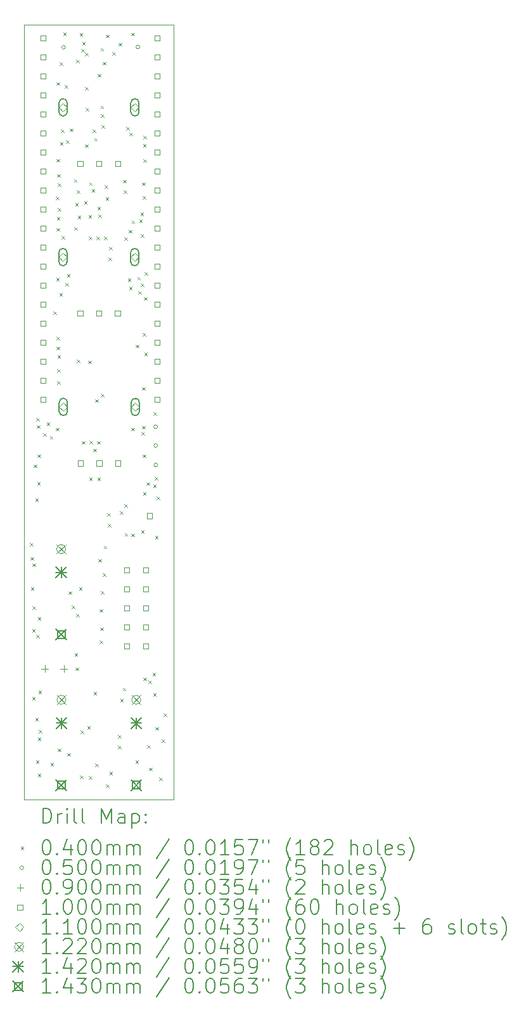
<source format=gbr>
%TF.GenerationSoftware,KiCad,Pcbnew,6.0.10+dfsg-1~bpo11+1*%
%TF.CreationDate,2023-02-01T15:11:04+08:00*%
%TF.ProjectId,MiniVerb v2.0 - Main,4d696e69-5665-4726-9220-76322e30202d,rev?*%
%TF.SameCoordinates,Original*%
%TF.FileFunction,Drillmap*%
%TF.FilePolarity,Positive*%
%FSLAX45Y45*%
G04 Gerber Fmt 4.5, Leading zero omitted, Abs format (unit mm)*
G04 Created by KiCad (PCBNEW 6.0.10+dfsg-1~bpo11+1) date 2023-02-01 15:11:04*
%MOMM*%
%LPD*%
G01*
G04 APERTURE LIST*
%ADD10C,0.100000*%
%ADD11C,0.200000*%
%ADD12C,0.040000*%
%ADD13C,0.050000*%
%ADD14C,0.090000*%
%ADD15C,0.110000*%
%ADD16C,0.122000*%
%ADD17C,0.142000*%
%ADD18C,0.143000*%
G04 APERTURE END LIST*
D10*
X14500000Y-16650000D02*
X12500000Y-16650000D01*
X12500000Y-16650000D02*
X12500000Y-6300000D01*
X12500000Y-6300000D02*
X14500000Y-6300000D01*
X14500000Y-6300000D02*
X14500000Y-16650000D01*
D11*
D12*
X12578000Y-13219000D02*
X12618000Y-13259000D01*
X12618000Y-13219000D02*
X12578000Y-13259000D01*
X12588000Y-13410000D02*
X12628000Y-13450000D01*
X12628000Y-13410000D02*
X12588000Y-13450000D01*
X12591000Y-13815000D02*
X12631000Y-13855000D01*
X12631000Y-13815000D02*
X12591000Y-13855000D01*
X12609000Y-14369000D02*
X12649000Y-14409000D01*
X12649000Y-14369000D02*
X12609000Y-14409000D01*
X12609000Y-15280000D02*
X12649000Y-15320000D01*
X12649000Y-15280000D02*
X12609000Y-15320000D01*
X12612000Y-14067000D02*
X12652000Y-14107000D01*
X12652000Y-14067000D02*
X12612000Y-14107000D01*
X12615000Y-13495000D02*
X12655000Y-13535000D01*
X12655000Y-13495000D02*
X12615000Y-13535000D01*
X12630000Y-12175000D02*
X12670000Y-12215000D01*
X12670000Y-12175000D02*
X12630000Y-12215000D01*
X12651000Y-12629000D02*
X12691000Y-12669000D01*
X12691000Y-12629000D02*
X12651000Y-12669000D01*
X12651000Y-15556000D02*
X12691000Y-15596000D01*
X12691000Y-15556000D02*
X12651000Y-15596000D01*
X12660000Y-16125000D02*
X12700000Y-16165000D01*
X12700000Y-16125000D02*
X12660000Y-16165000D01*
X12665000Y-11553000D02*
X12705000Y-11593000D01*
X12705000Y-11553000D02*
X12665000Y-11593000D01*
X12666000Y-14451000D02*
X12706000Y-14491000D01*
X12706000Y-14451000D02*
X12666000Y-14491000D01*
X12671000Y-11649000D02*
X12711000Y-11689000D01*
X12711000Y-11649000D02*
X12671000Y-11689000D01*
X12675000Y-12405000D02*
X12715000Y-12445000D01*
X12715000Y-12405000D02*
X12675000Y-12445000D01*
X12680000Y-12040000D02*
X12720000Y-12080000D01*
X12720000Y-12040000D02*
X12680000Y-12080000D01*
X12684000Y-14212000D02*
X12724000Y-14252000D01*
X12724000Y-14212000D02*
X12684000Y-14252000D01*
X12684000Y-15819000D02*
X12724000Y-15859000D01*
X12724000Y-15819000D02*
X12684000Y-15859000D01*
X12684000Y-16300000D02*
X12724000Y-16340000D01*
X12724000Y-16300000D02*
X12684000Y-16340000D01*
X12693000Y-15192000D02*
X12733000Y-15232000D01*
X12733000Y-15192000D02*
X12693000Y-15232000D01*
X12697000Y-15719000D02*
X12737000Y-15759000D01*
X12737000Y-15719000D02*
X12697000Y-15759000D01*
X12754000Y-11755000D02*
X12794000Y-11795000D01*
X12794000Y-11755000D02*
X12754000Y-11795000D01*
X12804000Y-11609000D02*
X12844000Y-11649000D01*
X12844000Y-11609000D02*
X12804000Y-11649000D01*
X12846000Y-11794000D02*
X12886000Y-11834000D01*
X12886000Y-11794000D02*
X12846000Y-11834000D01*
X12854000Y-16158000D02*
X12894000Y-16198000D01*
X12894000Y-16158000D02*
X12854000Y-16198000D01*
X12894000Y-10130000D02*
X12934000Y-10170000D01*
X12934000Y-10130000D02*
X12894000Y-10170000D01*
X12923000Y-8596000D02*
X12963000Y-8636000D01*
X12963000Y-8596000D02*
X12923000Y-8636000D01*
X12925000Y-11683000D02*
X12965000Y-11723000D01*
X12965000Y-11683000D02*
X12925000Y-11723000D01*
X12929000Y-9679000D02*
X12969000Y-9719000D01*
X12969000Y-9679000D02*
X12929000Y-9719000D01*
X12932000Y-8094000D02*
X12972000Y-8134000D01*
X12972000Y-8094000D02*
X12932000Y-8134000D01*
X12935000Y-9017000D02*
X12975000Y-9057000D01*
X12975000Y-9017000D02*
X12935000Y-9057000D01*
X12935000Y-10467000D02*
X12975000Y-10507000D01*
X12975000Y-10467000D02*
X12935000Y-10507000D01*
X12936000Y-10599000D02*
X12976000Y-10639000D01*
X12976000Y-10599000D02*
X12936000Y-10639000D01*
X12937000Y-7069000D02*
X12977000Y-7109000D01*
X12977000Y-7069000D02*
X12937000Y-7109000D01*
X12939000Y-8866000D02*
X12979000Y-8906000D01*
X12979000Y-8866000D02*
X12939000Y-8906000D01*
X12941000Y-8297000D02*
X12981000Y-8337000D01*
X12981000Y-8297000D02*
X12941000Y-8337000D01*
X12943000Y-11064000D02*
X12983000Y-11104000D01*
X12983000Y-11064000D02*
X12943000Y-11104000D01*
X12945000Y-10899000D02*
X12985000Y-10939000D01*
X12985000Y-10899000D02*
X12945000Y-10939000D01*
X12947000Y-10712000D02*
X12987000Y-10752000D01*
X12987000Y-10712000D02*
X12947000Y-10752000D01*
X12951000Y-15967000D02*
X12991000Y-16007000D01*
X12991000Y-15967000D02*
X12951000Y-16007000D01*
X12953000Y-8421000D02*
X12993000Y-8461000D01*
X12993000Y-8421000D02*
X12953000Y-8461000D01*
X12953000Y-8751000D02*
X12993000Y-8791000D01*
X12993000Y-8751000D02*
X12953000Y-8791000D01*
X12973000Y-9885000D02*
X13013000Y-9925000D01*
X13013000Y-9885000D02*
X12973000Y-9925000D01*
X12978000Y-6800000D02*
X13018000Y-6840000D01*
X13018000Y-6800000D02*
X12978000Y-6840000D01*
X12980000Y-7870000D02*
X13020000Y-7910000D01*
X13020000Y-7870000D02*
X12980000Y-7910000D01*
X12995000Y-7701000D02*
X13035000Y-7741000D01*
X13035000Y-7701000D02*
X12995000Y-7741000D01*
X13001000Y-9120000D02*
X13041000Y-9160000D01*
X13041000Y-9120000D02*
X13001000Y-9160000D01*
X13023000Y-6402000D02*
X13063000Y-6442000D01*
X13063000Y-6402000D02*
X13023000Y-6442000D01*
X13042000Y-7106000D02*
X13082000Y-7146000D01*
X13082000Y-7106000D02*
X13042000Y-7146000D01*
X13050000Y-9747000D02*
X13090000Y-9787000D01*
X13090000Y-9747000D02*
X13050000Y-9787000D01*
X13059000Y-7843000D02*
X13099000Y-7883000D01*
X13099000Y-7843000D02*
X13059000Y-7883000D01*
X13075000Y-9632000D02*
X13115000Y-9672000D01*
X13115000Y-9632000D02*
X13075000Y-9672000D01*
X13081000Y-16028000D02*
X13121000Y-16068000D01*
X13121000Y-16028000D02*
X13081000Y-16068000D01*
X13093000Y-13867000D02*
X13133000Y-13907000D01*
X13133000Y-13867000D02*
X13093000Y-13907000D01*
X13110000Y-7688000D02*
X13150000Y-7728000D01*
X13150000Y-7688000D02*
X13110000Y-7728000D01*
X13135000Y-14057000D02*
X13175000Y-14097000D01*
X13175000Y-14057000D02*
X13135000Y-14097000D01*
X13166000Y-8365000D02*
X13206000Y-8405000D01*
X13206000Y-8365000D02*
X13166000Y-8405000D01*
X13173000Y-9006000D02*
X13213000Y-9046000D01*
X13213000Y-9006000D02*
X13173000Y-9046000D01*
X13175000Y-14696000D02*
X13215000Y-14736000D01*
X13215000Y-14696000D02*
X13175000Y-14736000D01*
X13183000Y-8682000D02*
X13223000Y-8722000D01*
X13223000Y-8682000D02*
X13183000Y-8722000D01*
X13190000Y-14884000D02*
X13230000Y-14924000D01*
X13230000Y-14884000D02*
X13190000Y-14924000D01*
X13198000Y-6771000D02*
X13238000Y-6811000D01*
X13238000Y-6771000D02*
X13198000Y-6811000D01*
X13199000Y-14169000D02*
X13239000Y-14209000D01*
X13239000Y-14169000D02*
X13199000Y-14209000D01*
X13205000Y-10771000D02*
X13245000Y-10811000D01*
X13245000Y-10771000D02*
X13205000Y-10811000D01*
X13207000Y-8514000D02*
X13247000Y-8554000D01*
X13247000Y-8514000D02*
X13207000Y-8554000D01*
X13218000Y-8849000D02*
X13258000Y-8889000D01*
X13258000Y-8849000D02*
X13218000Y-8889000D01*
X13235000Y-13812000D02*
X13275000Y-13852000D01*
X13275000Y-13812000D02*
X13235000Y-13852000D01*
X13243000Y-6411000D02*
X13283000Y-6451000D01*
X13283000Y-6411000D02*
X13243000Y-6451000D01*
X13250000Y-16327000D02*
X13290000Y-16367000D01*
X13290000Y-16327000D02*
X13250000Y-16367000D01*
X13253000Y-15725000D02*
X13293000Y-15765000D01*
X13293000Y-15725000D02*
X13253000Y-15765000D01*
X13265000Y-6623000D02*
X13305000Y-6663000D01*
X13305000Y-6623000D02*
X13265000Y-6663000D01*
X13275000Y-11862000D02*
X13315000Y-11902000D01*
X13315000Y-11862000D02*
X13275000Y-11902000D01*
X13277000Y-6532000D02*
X13317000Y-6572000D01*
X13317000Y-6532000D02*
X13277000Y-6572000D01*
X13303000Y-8659000D02*
X13343000Y-8699000D01*
X13343000Y-8659000D02*
X13303000Y-8699000D01*
X13313000Y-6678000D02*
X13353000Y-6718000D01*
X13353000Y-6678000D02*
X13313000Y-6718000D01*
X13316000Y-7135000D02*
X13356000Y-7175000D01*
X13356000Y-7135000D02*
X13316000Y-7175000D01*
X13316000Y-7900000D02*
X13356000Y-7940000D01*
X13356000Y-7900000D02*
X13316000Y-7940000D01*
X13322000Y-7410000D02*
X13362000Y-7450000D01*
X13362000Y-7410000D02*
X13322000Y-7450000D01*
X13344000Y-15665000D02*
X13384000Y-15705000D01*
X13384000Y-15665000D02*
X13344000Y-15705000D01*
X13359000Y-10787000D02*
X13399000Y-10827000D01*
X13399000Y-10787000D02*
X13359000Y-10827000D01*
X13363000Y-8844000D02*
X13403000Y-8884000D01*
X13403000Y-8844000D02*
X13363000Y-8884000D01*
X13364492Y-9130000D02*
X13404492Y-9170000D01*
X13404492Y-9130000D02*
X13364492Y-9170000D01*
X13365000Y-16333000D02*
X13405000Y-16373000D01*
X13405000Y-16333000D02*
X13365000Y-16373000D01*
X13370000Y-12350000D02*
X13410000Y-12390000D01*
X13410000Y-12350000D02*
X13370000Y-12390000D01*
X13371000Y-8408000D02*
X13411000Y-8448000D01*
X13411000Y-8408000D02*
X13371000Y-8448000D01*
X13375000Y-11857000D02*
X13415000Y-11897000D01*
X13415000Y-11857000D02*
X13375000Y-11897000D01*
X13404000Y-8498000D02*
X13444000Y-8538000D01*
X13444000Y-8498000D02*
X13404000Y-8538000D01*
X13419000Y-7697000D02*
X13459000Y-7737000D01*
X13459000Y-7697000D02*
X13419000Y-7737000D01*
X13426000Y-11964000D02*
X13466000Y-12004000D01*
X13466000Y-11964000D02*
X13426000Y-12004000D01*
X13429000Y-15211000D02*
X13469000Y-15251000D01*
X13469000Y-15211000D02*
X13429000Y-15251000D01*
X13437000Y-7814000D02*
X13477000Y-7854000D01*
X13477000Y-7814000D02*
X13437000Y-7854000D01*
X13450000Y-16167000D02*
X13490000Y-16207000D01*
X13490000Y-16167000D02*
X13450000Y-16207000D01*
X13453125Y-11303125D02*
X13493125Y-11343125D01*
X13493125Y-11303125D02*
X13453125Y-11343125D01*
X13469166Y-9131943D02*
X13509166Y-9171943D01*
X13509166Y-9131943D02*
X13469166Y-9171943D01*
X13476000Y-11862000D02*
X13516000Y-11902000D01*
X13516000Y-11862000D02*
X13476000Y-11902000D01*
X13480000Y-12350000D02*
X13520000Y-12390000D01*
X13520000Y-12350000D02*
X13480000Y-12390000D01*
X13481000Y-8731000D02*
X13521000Y-8771000D01*
X13521000Y-8731000D02*
X13481000Y-8771000D01*
X13486000Y-6959000D02*
X13526000Y-6999000D01*
X13526000Y-6959000D02*
X13486000Y-6999000D01*
X13494000Y-8835000D02*
X13534000Y-8875000D01*
X13534000Y-8835000D02*
X13494000Y-8875000D01*
X13495000Y-13437000D02*
X13535000Y-13477000D01*
X13535000Y-13437000D02*
X13495000Y-13477000D01*
X13512000Y-14104000D02*
X13552000Y-14144000D01*
X13552000Y-14104000D02*
X13512000Y-14144000D01*
X13513000Y-14526000D02*
X13553000Y-14566000D01*
X13553000Y-14526000D02*
X13513000Y-14566000D01*
X13520000Y-14350000D02*
X13560000Y-14390000D01*
X13560000Y-14350000D02*
X13520000Y-14390000D01*
X13522000Y-6611000D02*
X13562000Y-6651000D01*
X13562000Y-6611000D02*
X13522000Y-6651000D01*
X13522000Y-7383000D02*
X13562000Y-7423000D01*
X13562000Y-7383000D02*
X13522000Y-7423000D01*
X13525000Y-7495000D02*
X13565000Y-7535000D01*
X13565000Y-7495000D02*
X13525000Y-7535000D01*
X13528000Y-13862000D02*
X13568000Y-13902000D01*
X13568000Y-13862000D02*
X13528000Y-13902000D01*
X13528125Y-11228125D02*
X13568125Y-11268125D01*
X13568125Y-11228125D02*
X13528125Y-11268125D01*
X13537000Y-7640000D02*
X13577000Y-7680000D01*
X13577000Y-7640000D02*
X13537000Y-7680000D01*
X13551000Y-13624000D02*
X13591000Y-13664000D01*
X13591000Y-13624000D02*
X13551000Y-13664000D01*
X13555000Y-6799000D02*
X13595000Y-6839000D01*
X13595000Y-6799000D02*
X13555000Y-6839000D01*
X13564000Y-13259000D02*
X13604000Y-13299000D01*
X13604000Y-13259000D02*
X13564000Y-13299000D01*
X13570000Y-9130000D02*
X13610000Y-9170000D01*
X13610000Y-9130000D02*
X13570000Y-9170000D01*
X13580000Y-8446000D02*
X13620000Y-8486000D01*
X13620000Y-8446000D02*
X13580000Y-8486000D01*
X13591000Y-8604000D02*
X13631000Y-8644000D01*
X13631000Y-8604000D02*
X13591000Y-8644000D01*
X13595000Y-6435000D02*
X13635000Y-6475000D01*
X13635000Y-6435000D02*
X13595000Y-6475000D01*
X13595000Y-16445000D02*
X13635000Y-16485000D01*
X13635000Y-16445000D02*
X13595000Y-16485000D01*
X13610000Y-12820000D02*
X13650000Y-12860000D01*
X13650000Y-12820000D02*
X13610000Y-12860000D01*
X13620000Y-12967500D02*
X13660000Y-13007500D01*
X13660000Y-12967500D02*
X13620000Y-13007500D01*
X13630000Y-9413000D02*
X13670000Y-9453000D01*
X13670000Y-9413000D02*
X13630000Y-9453000D01*
X13637000Y-9267000D02*
X13677000Y-9307000D01*
X13677000Y-9267000D02*
X13637000Y-9307000D01*
X13641000Y-16279000D02*
X13681000Y-16319000D01*
X13681000Y-16279000D02*
X13641000Y-16319000D01*
X13679000Y-6665000D02*
X13719000Y-6705000D01*
X13719000Y-6665000D02*
X13679000Y-6705000D01*
X13756000Y-15786000D02*
X13796000Y-15826000D01*
X13796000Y-15786000D02*
X13756000Y-15826000D01*
X13756000Y-15928000D02*
X13796000Y-15968000D01*
X13796000Y-15928000D02*
X13756000Y-15968000D01*
X13761000Y-6544000D02*
X13801000Y-6584000D01*
X13801000Y-6544000D02*
X13761000Y-6584000D01*
X13780000Y-12800000D02*
X13820000Y-12840000D01*
X13820000Y-12800000D02*
X13780000Y-12840000D01*
X13786000Y-15304000D02*
X13826000Y-15344000D01*
X13826000Y-15304000D02*
X13786000Y-15344000D01*
X13819000Y-15156000D02*
X13859000Y-15196000D01*
X13859000Y-15156000D02*
X13819000Y-15196000D01*
X13823000Y-8373000D02*
X13863000Y-8413000D01*
X13863000Y-8373000D02*
X13823000Y-8413000D01*
X13830000Y-8513000D02*
X13870000Y-8553000D01*
X13870000Y-8513000D02*
X13830000Y-8553000D01*
X13837500Y-12702500D02*
X13877500Y-12742500D01*
X13877500Y-12702500D02*
X13837500Y-12742500D01*
X13840000Y-9139000D02*
X13880000Y-9179000D01*
X13880000Y-9139000D02*
X13840000Y-9179000D01*
X13844000Y-13088000D02*
X13884000Y-13128000D01*
X13884000Y-13088000D02*
X13844000Y-13128000D01*
X13867000Y-7667000D02*
X13907000Y-7707000D01*
X13907000Y-7667000D02*
X13867000Y-7707000D01*
X13886000Y-9691000D02*
X13926000Y-9731000D01*
X13926000Y-9691000D02*
X13886000Y-9731000D01*
X13901000Y-9043000D02*
X13941000Y-9083000D01*
X13941000Y-9043000D02*
X13901000Y-9083000D01*
X13903000Y-9800000D02*
X13943000Y-9840000D01*
X13943000Y-9800000D02*
X13903000Y-9840000D01*
X13907000Y-7740000D02*
X13947000Y-7780000D01*
X13947000Y-7740000D02*
X13907000Y-7780000D01*
X13931000Y-11684000D02*
X13971000Y-11724000D01*
X13971000Y-11684000D02*
X13931000Y-11724000D01*
X13932000Y-13098000D02*
X13972000Y-13138000D01*
X13972000Y-13098000D02*
X13932000Y-13138000D01*
X13933000Y-6408000D02*
X13973000Y-6448000D01*
X13973000Y-6408000D02*
X13933000Y-6448000D01*
X13938000Y-8916000D02*
X13978000Y-8956000D01*
X13978000Y-8916000D02*
X13938000Y-8956000D01*
X13989000Y-16122000D02*
X14029000Y-16162000D01*
X14029000Y-16122000D02*
X13989000Y-16162000D01*
X13995000Y-10575000D02*
X14035000Y-10615000D01*
X14035000Y-10575000D02*
X13995000Y-10615000D01*
X14014000Y-9669000D02*
X14054000Y-9709000D01*
X14054000Y-9669000D02*
X14014000Y-9709000D01*
X14029000Y-9857000D02*
X14069000Y-9897000D01*
X14069000Y-9857000D02*
X14029000Y-9897000D01*
X14040000Y-8902000D02*
X14080000Y-8942000D01*
X14080000Y-8902000D02*
X14040000Y-8942000D01*
X14055000Y-8811000D02*
X14095000Y-8851000D01*
X14095000Y-8811000D02*
X14055000Y-8851000D01*
X14058000Y-9094000D02*
X14098000Y-9134000D01*
X14098000Y-9094000D02*
X14058000Y-9134000D01*
X14061000Y-9755000D02*
X14101000Y-9795000D01*
X14101000Y-9755000D02*
X14061000Y-9795000D01*
X14065000Y-13053000D02*
X14105000Y-13093000D01*
X14105000Y-13053000D02*
X14065000Y-13093000D01*
X14068000Y-11738000D02*
X14108000Y-11778000D01*
X14108000Y-11738000D02*
X14068000Y-11778000D01*
X14077000Y-11659000D02*
X14117000Y-11699000D01*
X14117000Y-11659000D02*
X14077000Y-11699000D01*
X14078000Y-8406000D02*
X14118000Y-8446000D01*
X14118000Y-8406000D02*
X14078000Y-8446000D01*
X14078000Y-11142000D02*
X14118000Y-11182000D01*
X14118000Y-11142000D02*
X14078000Y-11182000D01*
X14083000Y-10420000D02*
X14123000Y-10460000D01*
X14123000Y-10420000D02*
X14083000Y-10460000D01*
X14083000Y-12039000D02*
X14123000Y-12079000D01*
X14123000Y-12039000D02*
X14083000Y-12079000D01*
X14086000Y-8588000D02*
X14126000Y-8628000D01*
X14126000Y-8588000D02*
X14086000Y-8628000D01*
X14091000Y-7893000D02*
X14131000Y-7933000D01*
X14131000Y-7893000D02*
X14091000Y-7933000D01*
X14091000Y-12545000D02*
X14131000Y-12585000D01*
X14131000Y-12545000D02*
X14091000Y-12585000D01*
X14092000Y-7783000D02*
X14132000Y-7823000D01*
X14132000Y-7783000D02*
X14092000Y-7823000D01*
X14092000Y-15020000D02*
X14132000Y-15060000D01*
X14132000Y-15020000D02*
X14092000Y-15060000D01*
X14094000Y-8101000D02*
X14134000Y-8141000D01*
X14134000Y-8101000D02*
X14094000Y-8141000D01*
X14105000Y-9939000D02*
X14145000Y-9979000D01*
X14145000Y-9939000D02*
X14105000Y-9979000D01*
X14108000Y-10682000D02*
X14148000Y-10722000D01*
X14148000Y-10682000D02*
X14108000Y-10722000D01*
X14110000Y-9607000D02*
X14150000Y-9647000D01*
X14150000Y-9607000D02*
X14110000Y-9647000D01*
X14135000Y-12411000D02*
X14175000Y-12451000D01*
X14175000Y-12411000D02*
X14135000Y-12451000D01*
X14143000Y-15919000D02*
X14183000Y-15959000D01*
X14183000Y-15919000D02*
X14143000Y-15959000D01*
X14164000Y-15056000D02*
X14204000Y-15096000D01*
X14204000Y-15056000D02*
X14164000Y-15096000D01*
X14173000Y-16221000D02*
X14213000Y-16261000D01*
X14213000Y-16221000D02*
X14173000Y-16261000D01*
X14216000Y-14953000D02*
X14256000Y-14993000D01*
X14256000Y-14953000D02*
X14216000Y-14993000D01*
X14225000Y-12440000D02*
X14265000Y-12480000D01*
X14265000Y-12440000D02*
X14225000Y-12480000D01*
X14225000Y-15226000D02*
X14265000Y-15266000D01*
X14265000Y-15226000D02*
X14225000Y-15266000D01*
X14229000Y-11475000D02*
X14269000Y-11515000D01*
X14269000Y-11475000D02*
X14229000Y-11515000D01*
X14249000Y-12338000D02*
X14289000Y-12378000D01*
X14289000Y-12338000D02*
X14249000Y-12378000D01*
X14252000Y-13127000D02*
X14292000Y-13167000D01*
X14292000Y-13127000D02*
X14252000Y-13167000D01*
X14255000Y-15680000D02*
X14295000Y-15720000D01*
X14295000Y-15680000D02*
X14255000Y-15720000D01*
X14269000Y-12605000D02*
X14309000Y-12645000D01*
X14309000Y-12605000D02*
X14269000Y-12645000D01*
X14307000Y-16355000D02*
X14347000Y-16395000D01*
X14347000Y-16355000D02*
X14307000Y-16395000D01*
X14340000Y-15846000D02*
X14380000Y-15886000D01*
X14380000Y-15846000D02*
X14340000Y-15886000D01*
X14367000Y-15495000D02*
X14407000Y-15535000D01*
X14407000Y-15495000D02*
X14367000Y-15535000D01*
D13*
X13052500Y-6602500D02*
G75*
G03*
X13052500Y-6602500I-25000J0D01*
G01*
X14047500Y-6597500D02*
G75*
G03*
X14047500Y-6597500I-25000J0D01*
G01*
X14285000Y-11670000D02*
G75*
G03*
X14285000Y-11670000I-25000J0D01*
G01*
X14285000Y-11920000D02*
G75*
G03*
X14285000Y-11920000I-25000J0D01*
G01*
X14285000Y-12180000D02*
G75*
G03*
X14285000Y-12180000I-25000J0D01*
G01*
D14*
X12777500Y-14855000D02*
X12777500Y-14945000D01*
X12732500Y-14900000D02*
X12822500Y-14900000D01*
X13031500Y-14855000D02*
X13031500Y-14945000D01*
X12986500Y-14900000D02*
X13076500Y-14900000D01*
D10*
X12791449Y-6514356D02*
X12791449Y-6443644D01*
X12720738Y-6443644D01*
X12720738Y-6514356D01*
X12791449Y-6514356D01*
X12791449Y-6768356D02*
X12791449Y-6697644D01*
X12720738Y-6697644D01*
X12720738Y-6768356D01*
X12791449Y-6768356D01*
X12791449Y-7022356D02*
X12791449Y-6951644D01*
X12720738Y-6951644D01*
X12720738Y-7022356D01*
X12791449Y-7022356D01*
X12791449Y-7276356D02*
X12791449Y-7205644D01*
X12720738Y-7205644D01*
X12720738Y-7276356D01*
X12791449Y-7276356D01*
X12791449Y-7530356D02*
X12791449Y-7459644D01*
X12720738Y-7459644D01*
X12720738Y-7530356D01*
X12791449Y-7530356D01*
X12791449Y-7784356D02*
X12791449Y-7713644D01*
X12720738Y-7713644D01*
X12720738Y-7784356D01*
X12791449Y-7784356D01*
X12791449Y-8038356D02*
X12791449Y-7967644D01*
X12720738Y-7967644D01*
X12720738Y-8038356D01*
X12791449Y-8038356D01*
X12791449Y-8292356D02*
X12791449Y-8221644D01*
X12720738Y-8221644D01*
X12720738Y-8292356D01*
X12791449Y-8292356D01*
X12791449Y-8546356D02*
X12791449Y-8475644D01*
X12720738Y-8475644D01*
X12720738Y-8546356D01*
X12791449Y-8546356D01*
X12791449Y-8800356D02*
X12791449Y-8729644D01*
X12720738Y-8729644D01*
X12720738Y-8800356D01*
X12791449Y-8800356D01*
X12791449Y-9054356D02*
X12791449Y-8983644D01*
X12720738Y-8983644D01*
X12720738Y-9054356D01*
X12791449Y-9054356D01*
X12791449Y-9308356D02*
X12791449Y-9237644D01*
X12720738Y-9237644D01*
X12720738Y-9308356D01*
X12791449Y-9308356D01*
X12791449Y-9562356D02*
X12791449Y-9491644D01*
X12720738Y-9491644D01*
X12720738Y-9562356D01*
X12791449Y-9562356D01*
X12791449Y-9816356D02*
X12791449Y-9745644D01*
X12720738Y-9745644D01*
X12720738Y-9816356D01*
X12791449Y-9816356D01*
X12791449Y-10070356D02*
X12791449Y-9999644D01*
X12720738Y-9999644D01*
X12720738Y-10070356D01*
X12791449Y-10070356D01*
X12791449Y-10324356D02*
X12791449Y-10253644D01*
X12720738Y-10253644D01*
X12720738Y-10324356D01*
X12791449Y-10324356D01*
X12791449Y-10578356D02*
X12791449Y-10507644D01*
X12720738Y-10507644D01*
X12720738Y-10578356D01*
X12791449Y-10578356D01*
X12791449Y-10832356D02*
X12791449Y-10761644D01*
X12720738Y-10761644D01*
X12720738Y-10832356D01*
X12791449Y-10832356D01*
X12791449Y-11086356D02*
X12791449Y-11015644D01*
X12720738Y-11015644D01*
X12720738Y-11086356D01*
X12791449Y-11086356D01*
X12791449Y-11340356D02*
X12791449Y-11269644D01*
X12720738Y-11269644D01*
X12720738Y-11340356D01*
X12791449Y-11340356D01*
X13285356Y-10189856D02*
X13285356Y-10119144D01*
X13214644Y-10119144D01*
X13214644Y-10189856D01*
X13285356Y-10189856D01*
X13287356Y-8190856D02*
X13287356Y-8120144D01*
X13216644Y-8120144D01*
X13216644Y-8190856D01*
X13287356Y-8190856D01*
X13291356Y-12190856D02*
X13291356Y-12120144D01*
X13220644Y-12120144D01*
X13220644Y-12190856D01*
X13291356Y-12190856D01*
X13535356Y-10189856D02*
X13535356Y-10119144D01*
X13464644Y-10119144D01*
X13464644Y-10189856D01*
X13535356Y-10189856D01*
X13537356Y-8190856D02*
X13537356Y-8120144D01*
X13466644Y-8120144D01*
X13466644Y-8190856D01*
X13537356Y-8190856D01*
X13541356Y-12190856D02*
X13541356Y-12120144D01*
X13470644Y-12120144D01*
X13470644Y-12190856D01*
X13541356Y-12190856D01*
X13785356Y-10189856D02*
X13785356Y-10119144D01*
X13714644Y-10119144D01*
X13714644Y-10189856D01*
X13785356Y-10189856D01*
X13787356Y-8190856D02*
X13787356Y-8120144D01*
X13716644Y-8120144D01*
X13716644Y-8190856D01*
X13787356Y-8190856D01*
X13791356Y-12190856D02*
X13791356Y-12120144D01*
X13720644Y-12120144D01*
X13720644Y-12190856D01*
X13791356Y-12190856D01*
X13910106Y-13620456D02*
X13910106Y-13549744D01*
X13839394Y-13549744D01*
X13839394Y-13620456D01*
X13910106Y-13620456D01*
X13910106Y-13874456D02*
X13910106Y-13803744D01*
X13839394Y-13803744D01*
X13839394Y-13874456D01*
X13910106Y-13874456D01*
X13910106Y-14128456D02*
X13910106Y-14057744D01*
X13839394Y-14057744D01*
X13839394Y-14128456D01*
X13910106Y-14128456D01*
X13910106Y-14382456D02*
X13910106Y-14311744D01*
X13839394Y-14311744D01*
X13839394Y-14382456D01*
X13910106Y-14382456D01*
X13910106Y-14636456D02*
X13910106Y-14565744D01*
X13839394Y-14565744D01*
X13839394Y-14636456D01*
X13910106Y-14636456D01*
X14164106Y-13620456D02*
X14164106Y-13549744D01*
X14093394Y-13549744D01*
X14093394Y-13620456D01*
X14164106Y-13620456D01*
X14164106Y-13874456D02*
X14164106Y-13803744D01*
X14093394Y-13803744D01*
X14093394Y-13874456D01*
X14164106Y-13874456D01*
X14164106Y-14128456D02*
X14164106Y-14057744D01*
X14093394Y-14057744D01*
X14093394Y-14128456D01*
X14164106Y-14128456D01*
X14164106Y-14382456D02*
X14164106Y-14311744D01*
X14093394Y-14311744D01*
X14093394Y-14382456D01*
X14164106Y-14382456D01*
X14164106Y-14636456D02*
X14164106Y-14565744D01*
X14093394Y-14565744D01*
X14093394Y-14636456D01*
X14164106Y-14636456D01*
X14215356Y-12895356D02*
X14215356Y-12824644D01*
X14144644Y-12824644D01*
X14144644Y-12895356D01*
X14215356Y-12895356D01*
X14315449Y-6514356D02*
X14315449Y-6443644D01*
X14244738Y-6443644D01*
X14244738Y-6514356D01*
X14315449Y-6514356D01*
X14315449Y-6768356D02*
X14315449Y-6697644D01*
X14244738Y-6697644D01*
X14244738Y-6768356D01*
X14315449Y-6768356D01*
X14315449Y-7022356D02*
X14315449Y-6951644D01*
X14244738Y-6951644D01*
X14244738Y-7022356D01*
X14315449Y-7022356D01*
X14315449Y-7276356D02*
X14315449Y-7205644D01*
X14244738Y-7205644D01*
X14244738Y-7276356D01*
X14315449Y-7276356D01*
X14315449Y-7530356D02*
X14315449Y-7459644D01*
X14244738Y-7459644D01*
X14244738Y-7530356D01*
X14315449Y-7530356D01*
X14315449Y-7784356D02*
X14315449Y-7713644D01*
X14244738Y-7713644D01*
X14244738Y-7784356D01*
X14315449Y-7784356D01*
X14315449Y-8038356D02*
X14315449Y-7967644D01*
X14244738Y-7967644D01*
X14244738Y-8038356D01*
X14315449Y-8038356D01*
X14315449Y-8292356D02*
X14315449Y-8221644D01*
X14244738Y-8221644D01*
X14244738Y-8292356D01*
X14315449Y-8292356D01*
X14315449Y-8546356D02*
X14315449Y-8475644D01*
X14244738Y-8475644D01*
X14244738Y-8546356D01*
X14315449Y-8546356D01*
X14315449Y-8800356D02*
X14315449Y-8729644D01*
X14244738Y-8729644D01*
X14244738Y-8800356D01*
X14315449Y-8800356D01*
X14315449Y-9054356D02*
X14315449Y-8983644D01*
X14244738Y-8983644D01*
X14244738Y-9054356D01*
X14315449Y-9054356D01*
X14315449Y-9308356D02*
X14315449Y-9237644D01*
X14244738Y-9237644D01*
X14244738Y-9308356D01*
X14315449Y-9308356D01*
X14315449Y-9562356D02*
X14315449Y-9491644D01*
X14244738Y-9491644D01*
X14244738Y-9562356D01*
X14315449Y-9562356D01*
X14315449Y-9816356D02*
X14315449Y-9745644D01*
X14244738Y-9745644D01*
X14244738Y-9816356D01*
X14315449Y-9816356D01*
X14315449Y-10070356D02*
X14315449Y-9999644D01*
X14244738Y-9999644D01*
X14244738Y-10070356D01*
X14315449Y-10070356D01*
X14315449Y-10324356D02*
X14315449Y-10253644D01*
X14244738Y-10253644D01*
X14244738Y-10324356D01*
X14315449Y-10324356D01*
X14315449Y-10578356D02*
X14315449Y-10507644D01*
X14244738Y-10507644D01*
X14244738Y-10578356D01*
X14315449Y-10578356D01*
X14315449Y-10832356D02*
X14315449Y-10761644D01*
X14244738Y-10761644D01*
X14244738Y-10832356D01*
X14315449Y-10832356D01*
X14315449Y-11086356D02*
X14315449Y-11015644D01*
X14244738Y-11015644D01*
X14244738Y-11086356D01*
X14315449Y-11086356D01*
X14315449Y-11340356D02*
X14315449Y-11269644D01*
X14244738Y-11269644D01*
X14244738Y-11340356D01*
X14315449Y-11340356D01*
D15*
X13020000Y-9459500D02*
X13075000Y-9404500D01*
X13020000Y-9349500D01*
X12965000Y-9404500D01*
X13020000Y-9459500D01*
D11*
X13075000Y-9464500D02*
X13075000Y-9344500D01*
X12965000Y-9464500D02*
X12965000Y-9344500D01*
X13075000Y-9344500D02*
G75*
G03*
X12965000Y-9344500I-55000J0D01*
G01*
X12965000Y-9464500D02*
G75*
G03*
X13075000Y-9464500I55000J0D01*
G01*
D15*
X13022000Y-7460500D02*
X13077000Y-7405500D01*
X13022000Y-7350500D01*
X12967000Y-7405500D01*
X13022000Y-7460500D01*
D11*
X13077000Y-7465500D02*
X13077000Y-7345500D01*
X12967000Y-7465500D02*
X12967000Y-7345500D01*
X13077000Y-7345500D02*
G75*
G03*
X12967000Y-7345500I-55000J0D01*
G01*
X12967000Y-7465500D02*
G75*
G03*
X13077000Y-7465500I55000J0D01*
G01*
D15*
X13026000Y-11460500D02*
X13081000Y-11405500D01*
X13026000Y-11350500D01*
X12971000Y-11405500D01*
X13026000Y-11460500D01*
D11*
X13081000Y-11465500D02*
X13081000Y-11345500D01*
X12971000Y-11465500D02*
X12971000Y-11345500D01*
X13081000Y-11345500D02*
G75*
G03*
X12971000Y-11345500I-55000J0D01*
G01*
X12971000Y-11465500D02*
G75*
G03*
X13081000Y-11465500I55000J0D01*
G01*
D15*
X13980000Y-9459500D02*
X14035000Y-9404500D01*
X13980000Y-9349500D01*
X13925000Y-9404500D01*
X13980000Y-9459500D01*
D11*
X14035000Y-9464500D02*
X14035000Y-9344500D01*
X13925000Y-9464500D02*
X13925000Y-9344500D01*
X14035000Y-9344500D02*
G75*
G03*
X13925000Y-9344500I-55000J0D01*
G01*
X13925000Y-9464500D02*
G75*
G03*
X14035000Y-9464500I55000J0D01*
G01*
D15*
X13982000Y-7460500D02*
X14037000Y-7405500D01*
X13982000Y-7350500D01*
X13927000Y-7405500D01*
X13982000Y-7460500D01*
D11*
X14037000Y-7465500D02*
X14037000Y-7345500D01*
X13927000Y-7465500D02*
X13927000Y-7345500D01*
X14037000Y-7345500D02*
G75*
G03*
X13927000Y-7345500I-55000J0D01*
G01*
X13927000Y-7465500D02*
G75*
G03*
X14037000Y-7465500I55000J0D01*
G01*
D15*
X13986000Y-11460500D02*
X14041000Y-11405500D01*
X13986000Y-11350500D01*
X13931000Y-11405500D01*
X13986000Y-11460500D01*
D11*
X14041000Y-11465500D02*
X14041000Y-11345500D01*
X13931000Y-11465500D02*
X13931000Y-11345500D01*
X14041000Y-11345500D02*
G75*
G03*
X13931000Y-11345500I-55000J0D01*
G01*
X13931000Y-11465500D02*
G75*
G03*
X14041000Y-11465500I55000J0D01*
G01*
D16*
X12936000Y-13243000D02*
X13058000Y-13365000D01*
X13058000Y-13243000D02*
X12936000Y-13365000D01*
X13058000Y-13304000D02*
G75*
G03*
X13058000Y-13304000I-61000J0D01*
G01*
X12939000Y-15255200D02*
X13061000Y-15377200D01*
X13061000Y-15255200D02*
X12939000Y-15377200D01*
X13061000Y-15316200D02*
G75*
G03*
X13061000Y-15316200I-61000J0D01*
G01*
X13939000Y-15255200D02*
X14061000Y-15377200D01*
X14061000Y-15255200D02*
X13939000Y-15377200D01*
X14061000Y-15316200D02*
G75*
G03*
X14061000Y-15316200I-61000J0D01*
G01*
D17*
X12926000Y-13543000D02*
X13068000Y-13685000D01*
X13068000Y-13543000D02*
X12926000Y-13685000D01*
X12997000Y-13543000D02*
X12997000Y-13685000D01*
X12926000Y-13614000D02*
X13068000Y-13614000D01*
X12929000Y-15555200D02*
X13071000Y-15697200D01*
X13071000Y-15555200D02*
X12929000Y-15697200D01*
X13000000Y-15555200D02*
X13000000Y-15697200D01*
X12929000Y-15626200D02*
X13071000Y-15626200D01*
X13929000Y-15555200D02*
X14071000Y-15697200D01*
X14071000Y-15555200D02*
X13929000Y-15697200D01*
X14000000Y-15555200D02*
X14000000Y-15697200D01*
X13929000Y-15626200D02*
X14071000Y-15626200D01*
D18*
X12925500Y-14372500D02*
X13068500Y-14515500D01*
X13068500Y-14372500D02*
X12925500Y-14515500D01*
X13047559Y-14494559D02*
X13047559Y-14393441D01*
X12946441Y-14393441D01*
X12946441Y-14494559D01*
X13047559Y-14494559D01*
X12928500Y-16384700D02*
X13071500Y-16527700D01*
X13071500Y-16384700D02*
X12928500Y-16527700D01*
X13050559Y-16506759D02*
X13050559Y-16405641D01*
X12949441Y-16405641D01*
X12949441Y-16506759D01*
X13050559Y-16506759D01*
X13928500Y-16384700D02*
X14071500Y-16527700D01*
X14071500Y-16384700D02*
X13928500Y-16527700D01*
X14050559Y-16506759D02*
X14050559Y-16405641D01*
X13949441Y-16405641D01*
X13949441Y-16506759D01*
X14050559Y-16506759D01*
D11*
X12752619Y-16965476D02*
X12752619Y-16765476D01*
X12800238Y-16765476D01*
X12828809Y-16775000D01*
X12847857Y-16794048D01*
X12857381Y-16813095D01*
X12866905Y-16851190D01*
X12866905Y-16879762D01*
X12857381Y-16917857D01*
X12847857Y-16936905D01*
X12828809Y-16955952D01*
X12800238Y-16965476D01*
X12752619Y-16965476D01*
X12952619Y-16965476D02*
X12952619Y-16832143D01*
X12952619Y-16870238D02*
X12962143Y-16851190D01*
X12971667Y-16841667D01*
X12990714Y-16832143D01*
X13009762Y-16832143D01*
X13076428Y-16965476D02*
X13076428Y-16832143D01*
X13076428Y-16765476D02*
X13066905Y-16775000D01*
X13076428Y-16784524D01*
X13085952Y-16775000D01*
X13076428Y-16765476D01*
X13076428Y-16784524D01*
X13200238Y-16965476D02*
X13181190Y-16955952D01*
X13171667Y-16936905D01*
X13171667Y-16765476D01*
X13305000Y-16965476D02*
X13285952Y-16955952D01*
X13276428Y-16936905D01*
X13276428Y-16765476D01*
X13533571Y-16965476D02*
X13533571Y-16765476D01*
X13600238Y-16908333D01*
X13666905Y-16765476D01*
X13666905Y-16965476D01*
X13847857Y-16965476D02*
X13847857Y-16860714D01*
X13838333Y-16841667D01*
X13819286Y-16832143D01*
X13781190Y-16832143D01*
X13762143Y-16841667D01*
X13847857Y-16955952D02*
X13828809Y-16965476D01*
X13781190Y-16965476D01*
X13762143Y-16955952D01*
X13752619Y-16936905D01*
X13752619Y-16917857D01*
X13762143Y-16898810D01*
X13781190Y-16889286D01*
X13828809Y-16889286D01*
X13847857Y-16879762D01*
X13943095Y-16832143D02*
X13943095Y-17032143D01*
X13943095Y-16841667D02*
X13962143Y-16832143D01*
X14000238Y-16832143D01*
X14019286Y-16841667D01*
X14028809Y-16851190D01*
X14038333Y-16870238D01*
X14038333Y-16927381D01*
X14028809Y-16946429D01*
X14019286Y-16955952D01*
X14000238Y-16965476D01*
X13962143Y-16965476D01*
X13943095Y-16955952D01*
X14124048Y-16946429D02*
X14133571Y-16955952D01*
X14124048Y-16965476D01*
X14114524Y-16955952D01*
X14124048Y-16946429D01*
X14124048Y-16965476D01*
X14124048Y-16841667D02*
X14133571Y-16851190D01*
X14124048Y-16860714D01*
X14114524Y-16851190D01*
X14124048Y-16841667D01*
X14124048Y-16860714D01*
D12*
X12455000Y-17275000D02*
X12495000Y-17315000D01*
X12495000Y-17275000D02*
X12455000Y-17315000D01*
D11*
X12790714Y-17185476D02*
X12809762Y-17185476D01*
X12828809Y-17195000D01*
X12838333Y-17204524D01*
X12847857Y-17223571D01*
X12857381Y-17261667D01*
X12857381Y-17309286D01*
X12847857Y-17347381D01*
X12838333Y-17366429D01*
X12828809Y-17375952D01*
X12809762Y-17385476D01*
X12790714Y-17385476D01*
X12771667Y-17375952D01*
X12762143Y-17366429D01*
X12752619Y-17347381D01*
X12743095Y-17309286D01*
X12743095Y-17261667D01*
X12752619Y-17223571D01*
X12762143Y-17204524D01*
X12771667Y-17195000D01*
X12790714Y-17185476D01*
X12943095Y-17366429D02*
X12952619Y-17375952D01*
X12943095Y-17385476D01*
X12933571Y-17375952D01*
X12943095Y-17366429D01*
X12943095Y-17385476D01*
X13124048Y-17252143D02*
X13124048Y-17385476D01*
X13076428Y-17175952D02*
X13028809Y-17318810D01*
X13152619Y-17318810D01*
X13266905Y-17185476D02*
X13285952Y-17185476D01*
X13305000Y-17195000D01*
X13314524Y-17204524D01*
X13324048Y-17223571D01*
X13333571Y-17261667D01*
X13333571Y-17309286D01*
X13324048Y-17347381D01*
X13314524Y-17366429D01*
X13305000Y-17375952D01*
X13285952Y-17385476D01*
X13266905Y-17385476D01*
X13247857Y-17375952D01*
X13238333Y-17366429D01*
X13228809Y-17347381D01*
X13219286Y-17309286D01*
X13219286Y-17261667D01*
X13228809Y-17223571D01*
X13238333Y-17204524D01*
X13247857Y-17195000D01*
X13266905Y-17185476D01*
X13457381Y-17185476D02*
X13476428Y-17185476D01*
X13495476Y-17195000D01*
X13505000Y-17204524D01*
X13514524Y-17223571D01*
X13524048Y-17261667D01*
X13524048Y-17309286D01*
X13514524Y-17347381D01*
X13505000Y-17366429D01*
X13495476Y-17375952D01*
X13476428Y-17385476D01*
X13457381Y-17385476D01*
X13438333Y-17375952D01*
X13428809Y-17366429D01*
X13419286Y-17347381D01*
X13409762Y-17309286D01*
X13409762Y-17261667D01*
X13419286Y-17223571D01*
X13428809Y-17204524D01*
X13438333Y-17195000D01*
X13457381Y-17185476D01*
X13609762Y-17385476D02*
X13609762Y-17252143D01*
X13609762Y-17271190D02*
X13619286Y-17261667D01*
X13638333Y-17252143D01*
X13666905Y-17252143D01*
X13685952Y-17261667D01*
X13695476Y-17280714D01*
X13695476Y-17385476D01*
X13695476Y-17280714D02*
X13705000Y-17261667D01*
X13724048Y-17252143D01*
X13752619Y-17252143D01*
X13771667Y-17261667D01*
X13781190Y-17280714D01*
X13781190Y-17385476D01*
X13876428Y-17385476D02*
X13876428Y-17252143D01*
X13876428Y-17271190D02*
X13885952Y-17261667D01*
X13905000Y-17252143D01*
X13933571Y-17252143D01*
X13952619Y-17261667D01*
X13962143Y-17280714D01*
X13962143Y-17385476D01*
X13962143Y-17280714D02*
X13971667Y-17261667D01*
X13990714Y-17252143D01*
X14019286Y-17252143D01*
X14038333Y-17261667D01*
X14047857Y-17280714D01*
X14047857Y-17385476D01*
X14438333Y-17175952D02*
X14266905Y-17433095D01*
X14695476Y-17185476D02*
X14714524Y-17185476D01*
X14733571Y-17195000D01*
X14743095Y-17204524D01*
X14752619Y-17223571D01*
X14762143Y-17261667D01*
X14762143Y-17309286D01*
X14752619Y-17347381D01*
X14743095Y-17366429D01*
X14733571Y-17375952D01*
X14714524Y-17385476D01*
X14695476Y-17385476D01*
X14676428Y-17375952D01*
X14666905Y-17366429D01*
X14657381Y-17347381D01*
X14647857Y-17309286D01*
X14647857Y-17261667D01*
X14657381Y-17223571D01*
X14666905Y-17204524D01*
X14676428Y-17195000D01*
X14695476Y-17185476D01*
X14847857Y-17366429D02*
X14857381Y-17375952D01*
X14847857Y-17385476D01*
X14838333Y-17375952D01*
X14847857Y-17366429D01*
X14847857Y-17385476D01*
X14981190Y-17185476D02*
X15000238Y-17185476D01*
X15019286Y-17195000D01*
X15028809Y-17204524D01*
X15038333Y-17223571D01*
X15047857Y-17261667D01*
X15047857Y-17309286D01*
X15038333Y-17347381D01*
X15028809Y-17366429D01*
X15019286Y-17375952D01*
X15000238Y-17385476D01*
X14981190Y-17385476D01*
X14962143Y-17375952D01*
X14952619Y-17366429D01*
X14943095Y-17347381D01*
X14933571Y-17309286D01*
X14933571Y-17261667D01*
X14943095Y-17223571D01*
X14952619Y-17204524D01*
X14962143Y-17195000D01*
X14981190Y-17185476D01*
X15238333Y-17385476D02*
X15124048Y-17385476D01*
X15181190Y-17385476D02*
X15181190Y-17185476D01*
X15162143Y-17214048D01*
X15143095Y-17233095D01*
X15124048Y-17242619D01*
X15419286Y-17185476D02*
X15324048Y-17185476D01*
X15314524Y-17280714D01*
X15324048Y-17271190D01*
X15343095Y-17261667D01*
X15390714Y-17261667D01*
X15409762Y-17271190D01*
X15419286Y-17280714D01*
X15428809Y-17299762D01*
X15428809Y-17347381D01*
X15419286Y-17366429D01*
X15409762Y-17375952D01*
X15390714Y-17385476D01*
X15343095Y-17385476D01*
X15324048Y-17375952D01*
X15314524Y-17366429D01*
X15495476Y-17185476D02*
X15628809Y-17185476D01*
X15543095Y-17385476D01*
X15695476Y-17185476D02*
X15695476Y-17223571D01*
X15771667Y-17185476D02*
X15771667Y-17223571D01*
X16066905Y-17461667D02*
X16057381Y-17452143D01*
X16038333Y-17423571D01*
X16028809Y-17404524D01*
X16019286Y-17375952D01*
X16009762Y-17328333D01*
X16009762Y-17290238D01*
X16019286Y-17242619D01*
X16028809Y-17214048D01*
X16038333Y-17195000D01*
X16057381Y-17166429D01*
X16066905Y-17156905D01*
X16247857Y-17385476D02*
X16133571Y-17385476D01*
X16190714Y-17385476D02*
X16190714Y-17185476D01*
X16171667Y-17214048D01*
X16152619Y-17233095D01*
X16133571Y-17242619D01*
X16362143Y-17271190D02*
X16343095Y-17261667D01*
X16333571Y-17252143D01*
X16324048Y-17233095D01*
X16324048Y-17223571D01*
X16333571Y-17204524D01*
X16343095Y-17195000D01*
X16362143Y-17185476D01*
X16400238Y-17185476D01*
X16419286Y-17195000D01*
X16428809Y-17204524D01*
X16438333Y-17223571D01*
X16438333Y-17233095D01*
X16428809Y-17252143D01*
X16419286Y-17261667D01*
X16400238Y-17271190D01*
X16362143Y-17271190D01*
X16343095Y-17280714D01*
X16333571Y-17290238D01*
X16324048Y-17309286D01*
X16324048Y-17347381D01*
X16333571Y-17366429D01*
X16343095Y-17375952D01*
X16362143Y-17385476D01*
X16400238Y-17385476D01*
X16419286Y-17375952D01*
X16428809Y-17366429D01*
X16438333Y-17347381D01*
X16438333Y-17309286D01*
X16428809Y-17290238D01*
X16419286Y-17280714D01*
X16400238Y-17271190D01*
X16514524Y-17204524D02*
X16524048Y-17195000D01*
X16543095Y-17185476D01*
X16590714Y-17185476D01*
X16609762Y-17195000D01*
X16619286Y-17204524D01*
X16628809Y-17223571D01*
X16628809Y-17242619D01*
X16619286Y-17271190D01*
X16505000Y-17385476D01*
X16628809Y-17385476D01*
X16866905Y-17385476D02*
X16866905Y-17185476D01*
X16952619Y-17385476D02*
X16952619Y-17280714D01*
X16943095Y-17261667D01*
X16924048Y-17252143D01*
X16895476Y-17252143D01*
X16876429Y-17261667D01*
X16866905Y-17271190D01*
X17076429Y-17385476D02*
X17057381Y-17375952D01*
X17047857Y-17366429D01*
X17038333Y-17347381D01*
X17038333Y-17290238D01*
X17047857Y-17271190D01*
X17057381Y-17261667D01*
X17076429Y-17252143D01*
X17105000Y-17252143D01*
X17124048Y-17261667D01*
X17133571Y-17271190D01*
X17143095Y-17290238D01*
X17143095Y-17347381D01*
X17133571Y-17366429D01*
X17124048Y-17375952D01*
X17105000Y-17385476D01*
X17076429Y-17385476D01*
X17257381Y-17385476D02*
X17238333Y-17375952D01*
X17228810Y-17356905D01*
X17228810Y-17185476D01*
X17409762Y-17375952D02*
X17390714Y-17385476D01*
X17352619Y-17385476D01*
X17333571Y-17375952D01*
X17324048Y-17356905D01*
X17324048Y-17280714D01*
X17333571Y-17261667D01*
X17352619Y-17252143D01*
X17390714Y-17252143D01*
X17409762Y-17261667D01*
X17419286Y-17280714D01*
X17419286Y-17299762D01*
X17324048Y-17318810D01*
X17495476Y-17375952D02*
X17514524Y-17385476D01*
X17552619Y-17385476D01*
X17571667Y-17375952D01*
X17581190Y-17356905D01*
X17581190Y-17347381D01*
X17571667Y-17328333D01*
X17552619Y-17318810D01*
X17524048Y-17318810D01*
X17505000Y-17309286D01*
X17495476Y-17290238D01*
X17495476Y-17280714D01*
X17505000Y-17261667D01*
X17524048Y-17252143D01*
X17552619Y-17252143D01*
X17571667Y-17261667D01*
X17647857Y-17461667D02*
X17657381Y-17452143D01*
X17676429Y-17423571D01*
X17685952Y-17404524D01*
X17695476Y-17375952D01*
X17705000Y-17328333D01*
X17705000Y-17290238D01*
X17695476Y-17242619D01*
X17685952Y-17214048D01*
X17676429Y-17195000D01*
X17657381Y-17166429D01*
X17647857Y-17156905D01*
D13*
X12495000Y-17559000D02*
G75*
G03*
X12495000Y-17559000I-25000J0D01*
G01*
D11*
X12790714Y-17449476D02*
X12809762Y-17449476D01*
X12828809Y-17459000D01*
X12838333Y-17468524D01*
X12847857Y-17487571D01*
X12857381Y-17525667D01*
X12857381Y-17573286D01*
X12847857Y-17611381D01*
X12838333Y-17630429D01*
X12828809Y-17639952D01*
X12809762Y-17649476D01*
X12790714Y-17649476D01*
X12771667Y-17639952D01*
X12762143Y-17630429D01*
X12752619Y-17611381D01*
X12743095Y-17573286D01*
X12743095Y-17525667D01*
X12752619Y-17487571D01*
X12762143Y-17468524D01*
X12771667Y-17459000D01*
X12790714Y-17449476D01*
X12943095Y-17630429D02*
X12952619Y-17639952D01*
X12943095Y-17649476D01*
X12933571Y-17639952D01*
X12943095Y-17630429D01*
X12943095Y-17649476D01*
X13133571Y-17449476D02*
X13038333Y-17449476D01*
X13028809Y-17544714D01*
X13038333Y-17535190D01*
X13057381Y-17525667D01*
X13105000Y-17525667D01*
X13124048Y-17535190D01*
X13133571Y-17544714D01*
X13143095Y-17563762D01*
X13143095Y-17611381D01*
X13133571Y-17630429D01*
X13124048Y-17639952D01*
X13105000Y-17649476D01*
X13057381Y-17649476D01*
X13038333Y-17639952D01*
X13028809Y-17630429D01*
X13266905Y-17449476D02*
X13285952Y-17449476D01*
X13305000Y-17459000D01*
X13314524Y-17468524D01*
X13324048Y-17487571D01*
X13333571Y-17525667D01*
X13333571Y-17573286D01*
X13324048Y-17611381D01*
X13314524Y-17630429D01*
X13305000Y-17639952D01*
X13285952Y-17649476D01*
X13266905Y-17649476D01*
X13247857Y-17639952D01*
X13238333Y-17630429D01*
X13228809Y-17611381D01*
X13219286Y-17573286D01*
X13219286Y-17525667D01*
X13228809Y-17487571D01*
X13238333Y-17468524D01*
X13247857Y-17459000D01*
X13266905Y-17449476D01*
X13457381Y-17449476D02*
X13476428Y-17449476D01*
X13495476Y-17459000D01*
X13505000Y-17468524D01*
X13514524Y-17487571D01*
X13524048Y-17525667D01*
X13524048Y-17573286D01*
X13514524Y-17611381D01*
X13505000Y-17630429D01*
X13495476Y-17639952D01*
X13476428Y-17649476D01*
X13457381Y-17649476D01*
X13438333Y-17639952D01*
X13428809Y-17630429D01*
X13419286Y-17611381D01*
X13409762Y-17573286D01*
X13409762Y-17525667D01*
X13419286Y-17487571D01*
X13428809Y-17468524D01*
X13438333Y-17459000D01*
X13457381Y-17449476D01*
X13609762Y-17649476D02*
X13609762Y-17516143D01*
X13609762Y-17535190D02*
X13619286Y-17525667D01*
X13638333Y-17516143D01*
X13666905Y-17516143D01*
X13685952Y-17525667D01*
X13695476Y-17544714D01*
X13695476Y-17649476D01*
X13695476Y-17544714D02*
X13705000Y-17525667D01*
X13724048Y-17516143D01*
X13752619Y-17516143D01*
X13771667Y-17525667D01*
X13781190Y-17544714D01*
X13781190Y-17649476D01*
X13876428Y-17649476D02*
X13876428Y-17516143D01*
X13876428Y-17535190D02*
X13885952Y-17525667D01*
X13905000Y-17516143D01*
X13933571Y-17516143D01*
X13952619Y-17525667D01*
X13962143Y-17544714D01*
X13962143Y-17649476D01*
X13962143Y-17544714D02*
X13971667Y-17525667D01*
X13990714Y-17516143D01*
X14019286Y-17516143D01*
X14038333Y-17525667D01*
X14047857Y-17544714D01*
X14047857Y-17649476D01*
X14438333Y-17439952D02*
X14266905Y-17697095D01*
X14695476Y-17449476D02*
X14714524Y-17449476D01*
X14733571Y-17459000D01*
X14743095Y-17468524D01*
X14752619Y-17487571D01*
X14762143Y-17525667D01*
X14762143Y-17573286D01*
X14752619Y-17611381D01*
X14743095Y-17630429D01*
X14733571Y-17639952D01*
X14714524Y-17649476D01*
X14695476Y-17649476D01*
X14676428Y-17639952D01*
X14666905Y-17630429D01*
X14657381Y-17611381D01*
X14647857Y-17573286D01*
X14647857Y-17525667D01*
X14657381Y-17487571D01*
X14666905Y-17468524D01*
X14676428Y-17459000D01*
X14695476Y-17449476D01*
X14847857Y-17630429D02*
X14857381Y-17639952D01*
X14847857Y-17649476D01*
X14838333Y-17639952D01*
X14847857Y-17630429D01*
X14847857Y-17649476D01*
X14981190Y-17449476D02*
X15000238Y-17449476D01*
X15019286Y-17459000D01*
X15028809Y-17468524D01*
X15038333Y-17487571D01*
X15047857Y-17525667D01*
X15047857Y-17573286D01*
X15038333Y-17611381D01*
X15028809Y-17630429D01*
X15019286Y-17639952D01*
X15000238Y-17649476D01*
X14981190Y-17649476D01*
X14962143Y-17639952D01*
X14952619Y-17630429D01*
X14943095Y-17611381D01*
X14933571Y-17573286D01*
X14933571Y-17525667D01*
X14943095Y-17487571D01*
X14952619Y-17468524D01*
X14962143Y-17459000D01*
X14981190Y-17449476D01*
X15238333Y-17649476D02*
X15124048Y-17649476D01*
X15181190Y-17649476D02*
X15181190Y-17449476D01*
X15162143Y-17478048D01*
X15143095Y-17497095D01*
X15124048Y-17506619D01*
X15333571Y-17649476D02*
X15371667Y-17649476D01*
X15390714Y-17639952D01*
X15400238Y-17630429D01*
X15419286Y-17601857D01*
X15428809Y-17563762D01*
X15428809Y-17487571D01*
X15419286Y-17468524D01*
X15409762Y-17459000D01*
X15390714Y-17449476D01*
X15352619Y-17449476D01*
X15333571Y-17459000D01*
X15324048Y-17468524D01*
X15314524Y-17487571D01*
X15314524Y-17535190D01*
X15324048Y-17554238D01*
X15333571Y-17563762D01*
X15352619Y-17573286D01*
X15390714Y-17573286D01*
X15409762Y-17563762D01*
X15419286Y-17554238D01*
X15428809Y-17535190D01*
X15495476Y-17449476D02*
X15628809Y-17449476D01*
X15543095Y-17649476D01*
X15695476Y-17449476D02*
X15695476Y-17487571D01*
X15771667Y-17449476D02*
X15771667Y-17487571D01*
X16066905Y-17725667D02*
X16057381Y-17716143D01*
X16038333Y-17687571D01*
X16028809Y-17668524D01*
X16019286Y-17639952D01*
X16009762Y-17592333D01*
X16009762Y-17554238D01*
X16019286Y-17506619D01*
X16028809Y-17478048D01*
X16038333Y-17459000D01*
X16057381Y-17430429D01*
X16066905Y-17420905D01*
X16238333Y-17449476D02*
X16143095Y-17449476D01*
X16133571Y-17544714D01*
X16143095Y-17535190D01*
X16162143Y-17525667D01*
X16209762Y-17525667D01*
X16228809Y-17535190D01*
X16238333Y-17544714D01*
X16247857Y-17563762D01*
X16247857Y-17611381D01*
X16238333Y-17630429D01*
X16228809Y-17639952D01*
X16209762Y-17649476D01*
X16162143Y-17649476D01*
X16143095Y-17639952D01*
X16133571Y-17630429D01*
X16485952Y-17649476D02*
X16485952Y-17449476D01*
X16571667Y-17649476D02*
X16571667Y-17544714D01*
X16562143Y-17525667D01*
X16543095Y-17516143D01*
X16514524Y-17516143D01*
X16495476Y-17525667D01*
X16485952Y-17535190D01*
X16695476Y-17649476D02*
X16676428Y-17639952D01*
X16666905Y-17630429D01*
X16657381Y-17611381D01*
X16657381Y-17554238D01*
X16666905Y-17535190D01*
X16676428Y-17525667D01*
X16695476Y-17516143D01*
X16724048Y-17516143D01*
X16743095Y-17525667D01*
X16752619Y-17535190D01*
X16762143Y-17554238D01*
X16762143Y-17611381D01*
X16752619Y-17630429D01*
X16743095Y-17639952D01*
X16724048Y-17649476D01*
X16695476Y-17649476D01*
X16876429Y-17649476D02*
X16857381Y-17639952D01*
X16847857Y-17620905D01*
X16847857Y-17449476D01*
X17028810Y-17639952D02*
X17009762Y-17649476D01*
X16971667Y-17649476D01*
X16952619Y-17639952D01*
X16943095Y-17620905D01*
X16943095Y-17544714D01*
X16952619Y-17525667D01*
X16971667Y-17516143D01*
X17009762Y-17516143D01*
X17028810Y-17525667D01*
X17038333Y-17544714D01*
X17038333Y-17563762D01*
X16943095Y-17582810D01*
X17114524Y-17639952D02*
X17133571Y-17649476D01*
X17171667Y-17649476D01*
X17190714Y-17639952D01*
X17200238Y-17620905D01*
X17200238Y-17611381D01*
X17190714Y-17592333D01*
X17171667Y-17582810D01*
X17143095Y-17582810D01*
X17124048Y-17573286D01*
X17114524Y-17554238D01*
X17114524Y-17544714D01*
X17124048Y-17525667D01*
X17143095Y-17516143D01*
X17171667Y-17516143D01*
X17190714Y-17525667D01*
X17266905Y-17725667D02*
X17276429Y-17716143D01*
X17295476Y-17687571D01*
X17305000Y-17668524D01*
X17314524Y-17639952D01*
X17324048Y-17592333D01*
X17324048Y-17554238D01*
X17314524Y-17506619D01*
X17305000Y-17478048D01*
X17295476Y-17459000D01*
X17276429Y-17430429D01*
X17266905Y-17420905D01*
D14*
X12450000Y-17778000D02*
X12450000Y-17868000D01*
X12405000Y-17823000D02*
X12495000Y-17823000D01*
D11*
X12790714Y-17713476D02*
X12809762Y-17713476D01*
X12828809Y-17723000D01*
X12838333Y-17732524D01*
X12847857Y-17751571D01*
X12857381Y-17789667D01*
X12857381Y-17837286D01*
X12847857Y-17875381D01*
X12838333Y-17894429D01*
X12828809Y-17903952D01*
X12809762Y-17913476D01*
X12790714Y-17913476D01*
X12771667Y-17903952D01*
X12762143Y-17894429D01*
X12752619Y-17875381D01*
X12743095Y-17837286D01*
X12743095Y-17789667D01*
X12752619Y-17751571D01*
X12762143Y-17732524D01*
X12771667Y-17723000D01*
X12790714Y-17713476D01*
X12943095Y-17894429D02*
X12952619Y-17903952D01*
X12943095Y-17913476D01*
X12933571Y-17903952D01*
X12943095Y-17894429D01*
X12943095Y-17913476D01*
X13047857Y-17913476D02*
X13085952Y-17913476D01*
X13105000Y-17903952D01*
X13114524Y-17894429D01*
X13133571Y-17865857D01*
X13143095Y-17827762D01*
X13143095Y-17751571D01*
X13133571Y-17732524D01*
X13124048Y-17723000D01*
X13105000Y-17713476D01*
X13066905Y-17713476D01*
X13047857Y-17723000D01*
X13038333Y-17732524D01*
X13028809Y-17751571D01*
X13028809Y-17799190D01*
X13038333Y-17818238D01*
X13047857Y-17827762D01*
X13066905Y-17837286D01*
X13105000Y-17837286D01*
X13124048Y-17827762D01*
X13133571Y-17818238D01*
X13143095Y-17799190D01*
X13266905Y-17713476D02*
X13285952Y-17713476D01*
X13305000Y-17723000D01*
X13314524Y-17732524D01*
X13324048Y-17751571D01*
X13333571Y-17789667D01*
X13333571Y-17837286D01*
X13324048Y-17875381D01*
X13314524Y-17894429D01*
X13305000Y-17903952D01*
X13285952Y-17913476D01*
X13266905Y-17913476D01*
X13247857Y-17903952D01*
X13238333Y-17894429D01*
X13228809Y-17875381D01*
X13219286Y-17837286D01*
X13219286Y-17789667D01*
X13228809Y-17751571D01*
X13238333Y-17732524D01*
X13247857Y-17723000D01*
X13266905Y-17713476D01*
X13457381Y-17713476D02*
X13476428Y-17713476D01*
X13495476Y-17723000D01*
X13505000Y-17732524D01*
X13514524Y-17751571D01*
X13524048Y-17789667D01*
X13524048Y-17837286D01*
X13514524Y-17875381D01*
X13505000Y-17894429D01*
X13495476Y-17903952D01*
X13476428Y-17913476D01*
X13457381Y-17913476D01*
X13438333Y-17903952D01*
X13428809Y-17894429D01*
X13419286Y-17875381D01*
X13409762Y-17837286D01*
X13409762Y-17789667D01*
X13419286Y-17751571D01*
X13428809Y-17732524D01*
X13438333Y-17723000D01*
X13457381Y-17713476D01*
X13609762Y-17913476D02*
X13609762Y-17780143D01*
X13609762Y-17799190D02*
X13619286Y-17789667D01*
X13638333Y-17780143D01*
X13666905Y-17780143D01*
X13685952Y-17789667D01*
X13695476Y-17808714D01*
X13695476Y-17913476D01*
X13695476Y-17808714D02*
X13705000Y-17789667D01*
X13724048Y-17780143D01*
X13752619Y-17780143D01*
X13771667Y-17789667D01*
X13781190Y-17808714D01*
X13781190Y-17913476D01*
X13876428Y-17913476D02*
X13876428Y-17780143D01*
X13876428Y-17799190D02*
X13885952Y-17789667D01*
X13905000Y-17780143D01*
X13933571Y-17780143D01*
X13952619Y-17789667D01*
X13962143Y-17808714D01*
X13962143Y-17913476D01*
X13962143Y-17808714D02*
X13971667Y-17789667D01*
X13990714Y-17780143D01*
X14019286Y-17780143D01*
X14038333Y-17789667D01*
X14047857Y-17808714D01*
X14047857Y-17913476D01*
X14438333Y-17703952D02*
X14266905Y-17961095D01*
X14695476Y-17713476D02*
X14714524Y-17713476D01*
X14733571Y-17723000D01*
X14743095Y-17732524D01*
X14752619Y-17751571D01*
X14762143Y-17789667D01*
X14762143Y-17837286D01*
X14752619Y-17875381D01*
X14743095Y-17894429D01*
X14733571Y-17903952D01*
X14714524Y-17913476D01*
X14695476Y-17913476D01*
X14676428Y-17903952D01*
X14666905Y-17894429D01*
X14657381Y-17875381D01*
X14647857Y-17837286D01*
X14647857Y-17789667D01*
X14657381Y-17751571D01*
X14666905Y-17732524D01*
X14676428Y-17723000D01*
X14695476Y-17713476D01*
X14847857Y-17894429D02*
X14857381Y-17903952D01*
X14847857Y-17913476D01*
X14838333Y-17903952D01*
X14847857Y-17894429D01*
X14847857Y-17913476D01*
X14981190Y-17713476D02*
X15000238Y-17713476D01*
X15019286Y-17723000D01*
X15028809Y-17732524D01*
X15038333Y-17751571D01*
X15047857Y-17789667D01*
X15047857Y-17837286D01*
X15038333Y-17875381D01*
X15028809Y-17894429D01*
X15019286Y-17903952D01*
X15000238Y-17913476D01*
X14981190Y-17913476D01*
X14962143Y-17903952D01*
X14952619Y-17894429D01*
X14943095Y-17875381D01*
X14933571Y-17837286D01*
X14933571Y-17789667D01*
X14943095Y-17751571D01*
X14952619Y-17732524D01*
X14962143Y-17723000D01*
X14981190Y-17713476D01*
X15114524Y-17713476D02*
X15238333Y-17713476D01*
X15171667Y-17789667D01*
X15200238Y-17789667D01*
X15219286Y-17799190D01*
X15228809Y-17808714D01*
X15238333Y-17827762D01*
X15238333Y-17875381D01*
X15228809Y-17894429D01*
X15219286Y-17903952D01*
X15200238Y-17913476D01*
X15143095Y-17913476D01*
X15124048Y-17903952D01*
X15114524Y-17894429D01*
X15419286Y-17713476D02*
X15324048Y-17713476D01*
X15314524Y-17808714D01*
X15324048Y-17799190D01*
X15343095Y-17789667D01*
X15390714Y-17789667D01*
X15409762Y-17799190D01*
X15419286Y-17808714D01*
X15428809Y-17827762D01*
X15428809Y-17875381D01*
X15419286Y-17894429D01*
X15409762Y-17903952D01*
X15390714Y-17913476D01*
X15343095Y-17913476D01*
X15324048Y-17903952D01*
X15314524Y-17894429D01*
X15600238Y-17780143D02*
X15600238Y-17913476D01*
X15552619Y-17703952D02*
X15505000Y-17846810D01*
X15628809Y-17846810D01*
X15695476Y-17713476D02*
X15695476Y-17751571D01*
X15771667Y-17713476D02*
X15771667Y-17751571D01*
X16066905Y-17989667D02*
X16057381Y-17980143D01*
X16038333Y-17951571D01*
X16028809Y-17932524D01*
X16019286Y-17903952D01*
X16009762Y-17856333D01*
X16009762Y-17818238D01*
X16019286Y-17770619D01*
X16028809Y-17742048D01*
X16038333Y-17723000D01*
X16057381Y-17694429D01*
X16066905Y-17684905D01*
X16133571Y-17732524D02*
X16143095Y-17723000D01*
X16162143Y-17713476D01*
X16209762Y-17713476D01*
X16228809Y-17723000D01*
X16238333Y-17732524D01*
X16247857Y-17751571D01*
X16247857Y-17770619D01*
X16238333Y-17799190D01*
X16124048Y-17913476D01*
X16247857Y-17913476D01*
X16485952Y-17913476D02*
X16485952Y-17713476D01*
X16571667Y-17913476D02*
X16571667Y-17808714D01*
X16562143Y-17789667D01*
X16543095Y-17780143D01*
X16514524Y-17780143D01*
X16495476Y-17789667D01*
X16485952Y-17799190D01*
X16695476Y-17913476D02*
X16676428Y-17903952D01*
X16666905Y-17894429D01*
X16657381Y-17875381D01*
X16657381Y-17818238D01*
X16666905Y-17799190D01*
X16676428Y-17789667D01*
X16695476Y-17780143D01*
X16724048Y-17780143D01*
X16743095Y-17789667D01*
X16752619Y-17799190D01*
X16762143Y-17818238D01*
X16762143Y-17875381D01*
X16752619Y-17894429D01*
X16743095Y-17903952D01*
X16724048Y-17913476D01*
X16695476Y-17913476D01*
X16876429Y-17913476D02*
X16857381Y-17903952D01*
X16847857Y-17884905D01*
X16847857Y-17713476D01*
X17028810Y-17903952D02*
X17009762Y-17913476D01*
X16971667Y-17913476D01*
X16952619Y-17903952D01*
X16943095Y-17884905D01*
X16943095Y-17808714D01*
X16952619Y-17789667D01*
X16971667Y-17780143D01*
X17009762Y-17780143D01*
X17028810Y-17789667D01*
X17038333Y-17808714D01*
X17038333Y-17827762D01*
X16943095Y-17846810D01*
X17114524Y-17903952D02*
X17133571Y-17913476D01*
X17171667Y-17913476D01*
X17190714Y-17903952D01*
X17200238Y-17884905D01*
X17200238Y-17875381D01*
X17190714Y-17856333D01*
X17171667Y-17846810D01*
X17143095Y-17846810D01*
X17124048Y-17837286D01*
X17114524Y-17818238D01*
X17114524Y-17808714D01*
X17124048Y-17789667D01*
X17143095Y-17780143D01*
X17171667Y-17780143D01*
X17190714Y-17789667D01*
X17266905Y-17989667D02*
X17276429Y-17980143D01*
X17295476Y-17951571D01*
X17305000Y-17932524D01*
X17314524Y-17903952D01*
X17324048Y-17856333D01*
X17324048Y-17818238D01*
X17314524Y-17770619D01*
X17305000Y-17742048D01*
X17295476Y-17723000D01*
X17276429Y-17694429D01*
X17266905Y-17684905D01*
D10*
X12480356Y-18122356D02*
X12480356Y-18051644D01*
X12409644Y-18051644D01*
X12409644Y-18122356D01*
X12480356Y-18122356D01*
D11*
X12857381Y-18177476D02*
X12743095Y-18177476D01*
X12800238Y-18177476D02*
X12800238Y-17977476D01*
X12781190Y-18006048D01*
X12762143Y-18025095D01*
X12743095Y-18034619D01*
X12943095Y-18158429D02*
X12952619Y-18167952D01*
X12943095Y-18177476D01*
X12933571Y-18167952D01*
X12943095Y-18158429D01*
X12943095Y-18177476D01*
X13076428Y-17977476D02*
X13095476Y-17977476D01*
X13114524Y-17987000D01*
X13124048Y-17996524D01*
X13133571Y-18015571D01*
X13143095Y-18053667D01*
X13143095Y-18101286D01*
X13133571Y-18139381D01*
X13124048Y-18158429D01*
X13114524Y-18167952D01*
X13095476Y-18177476D01*
X13076428Y-18177476D01*
X13057381Y-18167952D01*
X13047857Y-18158429D01*
X13038333Y-18139381D01*
X13028809Y-18101286D01*
X13028809Y-18053667D01*
X13038333Y-18015571D01*
X13047857Y-17996524D01*
X13057381Y-17987000D01*
X13076428Y-17977476D01*
X13266905Y-17977476D02*
X13285952Y-17977476D01*
X13305000Y-17987000D01*
X13314524Y-17996524D01*
X13324048Y-18015571D01*
X13333571Y-18053667D01*
X13333571Y-18101286D01*
X13324048Y-18139381D01*
X13314524Y-18158429D01*
X13305000Y-18167952D01*
X13285952Y-18177476D01*
X13266905Y-18177476D01*
X13247857Y-18167952D01*
X13238333Y-18158429D01*
X13228809Y-18139381D01*
X13219286Y-18101286D01*
X13219286Y-18053667D01*
X13228809Y-18015571D01*
X13238333Y-17996524D01*
X13247857Y-17987000D01*
X13266905Y-17977476D01*
X13457381Y-17977476D02*
X13476428Y-17977476D01*
X13495476Y-17987000D01*
X13505000Y-17996524D01*
X13514524Y-18015571D01*
X13524048Y-18053667D01*
X13524048Y-18101286D01*
X13514524Y-18139381D01*
X13505000Y-18158429D01*
X13495476Y-18167952D01*
X13476428Y-18177476D01*
X13457381Y-18177476D01*
X13438333Y-18167952D01*
X13428809Y-18158429D01*
X13419286Y-18139381D01*
X13409762Y-18101286D01*
X13409762Y-18053667D01*
X13419286Y-18015571D01*
X13428809Y-17996524D01*
X13438333Y-17987000D01*
X13457381Y-17977476D01*
X13609762Y-18177476D02*
X13609762Y-18044143D01*
X13609762Y-18063190D02*
X13619286Y-18053667D01*
X13638333Y-18044143D01*
X13666905Y-18044143D01*
X13685952Y-18053667D01*
X13695476Y-18072714D01*
X13695476Y-18177476D01*
X13695476Y-18072714D02*
X13705000Y-18053667D01*
X13724048Y-18044143D01*
X13752619Y-18044143D01*
X13771667Y-18053667D01*
X13781190Y-18072714D01*
X13781190Y-18177476D01*
X13876428Y-18177476D02*
X13876428Y-18044143D01*
X13876428Y-18063190D02*
X13885952Y-18053667D01*
X13905000Y-18044143D01*
X13933571Y-18044143D01*
X13952619Y-18053667D01*
X13962143Y-18072714D01*
X13962143Y-18177476D01*
X13962143Y-18072714D02*
X13971667Y-18053667D01*
X13990714Y-18044143D01*
X14019286Y-18044143D01*
X14038333Y-18053667D01*
X14047857Y-18072714D01*
X14047857Y-18177476D01*
X14438333Y-17967952D02*
X14266905Y-18225095D01*
X14695476Y-17977476D02*
X14714524Y-17977476D01*
X14733571Y-17987000D01*
X14743095Y-17996524D01*
X14752619Y-18015571D01*
X14762143Y-18053667D01*
X14762143Y-18101286D01*
X14752619Y-18139381D01*
X14743095Y-18158429D01*
X14733571Y-18167952D01*
X14714524Y-18177476D01*
X14695476Y-18177476D01*
X14676428Y-18167952D01*
X14666905Y-18158429D01*
X14657381Y-18139381D01*
X14647857Y-18101286D01*
X14647857Y-18053667D01*
X14657381Y-18015571D01*
X14666905Y-17996524D01*
X14676428Y-17987000D01*
X14695476Y-17977476D01*
X14847857Y-18158429D02*
X14857381Y-18167952D01*
X14847857Y-18177476D01*
X14838333Y-18167952D01*
X14847857Y-18158429D01*
X14847857Y-18177476D01*
X14981190Y-17977476D02*
X15000238Y-17977476D01*
X15019286Y-17987000D01*
X15028809Y-17996524D01*
X15038333Y-18015571D01*
X15047857Y-18053667D01*
X15047857Y-18101286D01*
X15038333Y-18139381D01*
X15028809Y-18158429D01*
X15019286Y-18167952D01*
X15000238Y-18177476D01*
X14981190Y-18177476D01*
X14962143Y-18167952D01*
X14952619Y-18158429D01*
X14943095Y-18139381D01*
X14933571Y-18101286D01*
X14933571Y-18053667D01*
X14943095Y-18015571D01*
X14952619Y-17996524D01*
X14962143Y-17987000D01*
X14981190Y-17977476D01*
X15114524Y-17977476D02*
X15238333Y-17977476D01*
X15171667Y-18053667D01*
X15200238Y-18053667D01*
X15219286Y-18063190D01*
X15228809Y-18072714D01*
X15238333Y-18091762D01*
X15238333Y-18139381D01*
X15228809Y-18158429D01*
X15219286Y-18167952D01*
X15200238Y-18177476D01*
X15143095Y-18177476D01*
X15124048Y-18167952D01*
X15114524Y-18158429D01*
X15333571Y-18177476D02*
X15371667Y-18177476D01*
X15390714Y-18167952D01*
X15400238Y-18158429D01*
X15419286Y-18129857D01*
X15428809Y-18091762D01*
X15428809Y-18015571D01*
X15419286Y-17996524D01*
X15409762Y-17987000D01*
X15390714Y-17977476D01*
X15352619Y-17977476D01*
X15333571Y-17987000D01*
X15324048Y-17996524D01*
X15314524Y-18015571D01*
X15314524Y-18063190D01*
X15324048Y-18082238D01*
X15333571Y-18091762D01*
X15352619Y-18101286D01*
X15390714Y-18101286D01*
X15409762Y-18091762D01*
X15419286Y-18082238D01*
X15428809Y-18063190D01*
X15600238Y-18044143D02*
X15600238Y-18177476D01*
X15552619Y-17967952D02*
X15505000Y-18110810D01*
X15628809Y-18110810D01*
X15695476Y-17977476D02*
X15695476Y-18015571D01*
X15771667Y-17977476D02*
X15771667Y-18015571D01*
X16066905Y-18253667D02*
X16057381Y-18244143D01*
X16038333Y-18215571D01*
X16028809Y-18196524D01*
X16019286Y-18167952D01*
X16009762Y-18120333D01*
X16009762Y-18082238D01*
X16019286Y-18034619D01*
X16028809Y-18006048D01*
X16038333Y-17987000D01*
X16057381Y-17958429D01*
X16066905Y-17948905D01*
X16228809Y-17977476D02*
X16190714Y-17977476D01*
X16171667Y-17987000D01*
X16162143Y-17996524D01*
X16143095Y-18025095D01*
X16133571Y-18063190D01*
X16133571Y-18139381D01*
X16143095Y-18158429D01*
X16152619Y-18167952D01*
X16171667Y-18177476D01*
X16209762Y-18177476D01*
X16228809Y-18167952D01*
X16238333Y-18158429D01*
X16247857Y-18139381D01*
X16247857Y-18091762D01*
X16238333Y-18072714D01*
X16228809Y-18063190D01*
X16209762Y-18053667D01*
X16171667Y-18053667D01*
X16152619Y-18063190D01*
X16143095Y-18072714D01*
X16133571Y-18091762D01*
X16371667Y-17977476D02*
X16390714Y-17977476D01*
X16409762Y-17987000D01*
X16419286Y-17996524D01*
X16428809Y-18015571D01*
X16438333Y-18053667D01*
X16438333Y-18101286D01*
X16428809Y-18139381D01*
X16419286Y-18158429D01*
X16409762Y-18167952D01*
X16390714Y-18177476D01*
X16371667Y-18177476D01*
X16352619Y-18167952D01*
X16343095Y-18158429D01*
X16333571Y-18139381D01*
X16324048Y-18101286D01*
X16324048Y-18053667D01*
X16333571Y-18015571D01*
X16343095Y-17996524D01*
X16352619Y-17987000D01*
X16371667Y-17977476D01*
X16676428Y-18177476D02*
X16676428Y-17977476D01*
X16762143Y-18177476D02*
X16762143Y-18072714D01*
X16752619Y-18053667D01*
X16733571Y-18044143D01*
X16705000Y-18044143D01*
X16685952Y-18053667D01*
X16676428Y-18063190D01*
X16885952Y-18177476D02*
X16866905Y-18167952D01*
X16857381Y-18158429D01*
X16847857Y-18139381D01*
X16847857Y-18082238D01*
X16857381Y-18063190D01*
X16866905Y-18053667D01*
X16885952Y-18044143D01*
X16914524Y-18044143D01*
X16933571Y-18053667D01*
X16943095Y-18063190D01*
X16952619Y-18082238D01*
X16952619Y-18139381D01*
X16943095Y-18158429D01*
X16933571Y-18167952D01*
X16914524Y-18177476D01*
X16885952Y-18177476D01*
X17066905Y-18177476D02*
X17047857Y-18167952D01*
X17038333Y-18148905D01*
X17038333Y-17977476D01*
X17219286Y-18167952D02*
X17200238Y-18177476D01*
X17162143Y-18177476D01*
X17143095Y-18167952D01*
X17133571Y-18148905D01*
X17133571Y-18072714D01*
X17143095Y-18053667D01*
X17162143Y-18044143D01*
X17200238Y-18044143D01*
X17219286Y-18053667D01*
X17228810Y-18072714D01*
X17228810Y-18091762D01*
X17133571Y-18110810D01*
X17305000Y-18167952D02*
X17324048Y-18177476D01*
X17362143Y-18177476D01*
X17381190Y-18167952D01*
X17390714Y-18148905D01*
X17390714Y-18139381D01*
X17381190Y-18120333D01*
X17362143Y-18110810D01*
X17333571Y-18110810D01*
X17314524Y-18101286D01*
X17305000Y-18082238D01*
X17305000Y-18072714D01*
X17314524Y-18053667D01*
X17333571Y-18044143D01*
X17362143Y-18044143D01*
X17381190Y-18053667D01*
X17457381Y-18253667D02*
X17466905Y-18244143D01*
X17485952Y-18215571D01*
X17495476Y-18196524D01*
X17505000Y-18167952D01*
X17514524Y-18120333D01*
X17514524Y-18082238D01*
X17505000Y-18034619D01*
X17495476Y-18006048D01*
X17485952Y-17987000D01*
X17466905Y-17958429D01*
X17457381Y-17948905D01*
D15*
X12440000Y-18406000D02*
X12495000Y-18351000D01*
X12440000Y-18296000D01*
X12385000Y-18351000D01*
X12440000Y-18406000D01*
D11*
X12857381Y-18441476D02*
X12743095Y-18441476D01*
X12800238Y-18441476D02*
X12800238Y-18241476D01*
X12781190Y-18270048D01*
X12762143Y-18289095D01*
X12743095Y-18298619D01*
X12943095Y-18422429D02*
X12952619Y-18431952D01*
X12943095Y-18441476D01*
X12933571Y-18431952D01*
X12943095Y-18422429D01*
X12943095Y-18441476D01*
X13143095Y-18441476D02*
X13028809Y-18441476D01*
X13085952Y-18441476D02*
X13085952Y-18241476D01*
X13066905Y-18270048D01*
X13047857Y-18289095D01*
X13028809Y-18298619D01*
X13266905Y-18241476D02*
X13285952Y-18241476D01*
X13305000Y-18251000D01*
X13314524Y-18260524D01*
X13324048Y-18279571D01*
X13333571Y-18317667D01*
X13333571Y-18365286D01*
X13324048Y-18403381D01*
X13314524Y-18422429D01*
X13305000Y-18431952D01*
X13285952Y-18441476D01*
X13266905Y-18441476D01*
X13247857Y-18431952D01*
X13238333Y-18422429D01*
X13228809Y-18403381D01*
X13219286Y-18365286D01*
X13219286Y-18317667D01*
X13228809Y-18279571D01*
X13238333Y-18260524D01*
X13247857Y-18251000D01*
X13266905Y-18241476D01*
X13457381Y-18241476D02*
X13476428Y-18241476D01*
X13495476Y-18251000D01*
X13505000Y-18260524D01*
X13514524Y-18279571D01*
X13524048Y-18317667D01*
X13524048Y-18365286D01*
X13514524Y-18403381D01*
X13505000Y-18422429D01*
X13495476Y-18431952D01*
X13476428Y-18441476D01*
X13457381Y-18441476D01*
X13438333Y-18431952D01*
X13428809Y-18422429D01*
X13419286Y-18403381D01*
X13409762Y-18365286D01*
X13409762Y-18317667D01*
X13419286Y-18279571D01*
X13428809Y-18260524D01*
X13438333Y-18251000D01*
X13457381Y-18241476D01*
X13609762Y-18441476D02*
X13609762Y-18308143D01*
X13609762Y-18327190D02*
X13619286Y-18317667D01*
X13638333Y-18308143D01*
X13666905Y-18308143D01*
X13685952Y-18317667D01*
X13695476Y-18336714D01*
X13695476Y-18441476D01*
X13695476Y-18336714D02*
X13705000Y-18317667D01*
X13724048Y-18308143D01*
X13752619Y-18308143D01*
X13771667Y-18317667D01*
X13781190Y-18336714D01*
X13781190Y-18441476D01*
X13876428Y-18441476D02*
X13876428Y-18308143D01*
X13876428Y-18327190D02*
X13885952Y-18317667D01*
X13905000Y-18308143D01*
X13933571Y-18308143D01*
X13952619Y-18317667D01*
X13962143Y-18336714D01*
X13962143Y-18441476D01*
X13962143Y-18336714D02*
X13971667Y-18317667D01*
X13990714Y-18308143D01*
X14019286Y-18308143D01*
X14038333Y-18317667D01*
X14047857Y-18336714D01*
X14047857Y-18441476D01*
X14438333Y-18231952D02*
X14266905Y-18489095D01*
X14695476Y-18241476D02*
X14714524Y-18241476D01*
X14733571Y-18251000D01*
X14743095Y-18260524D01*
X14752619Y-18279571D01*
X14762143Y-18317667D01*
X14762143Y-18365286D01*
X14752619Y-18403381D01*
X14743095Y-18422429D01*
X14733571Y-18431952D01*
X14714524Y-18441476D01*
X14695476Y-18441476D01*
X14676428Y-18431952D01*
X14666905Y-18422429D01*
X14657381Y-18403381D01*
X14647857Y-18365286D01*
X14647857Y-18317667D01*
X14657381Y-18279571D01*
X14666905Y-18260524D01*
X14676428Y-18251000D01*
X14695476Y-18241476D01*
X14847857Y-18422429D02*
X14857381Y-18431952D01*
X14847857Y-18441476D01*
X14838333Y-18431952D01*
X14847857Y-18422429D01*
X14847857Y-18441476D01*
X14981190Y-18241476D02*
X15000238Y-18241476D01*
X15019286Y-18251000D01*
X15028809Y-18260524D01*
X15038333Y-18279571D01*
X15047857Y-18317667D01*
X15047857Y-18365286D01*
X15038333Y-18403381D01*
X15028809Y-18422429D01*
X15019286Y-18431952D01*
X15000238Y-18441476D01*
X14981190Y-18441476D01*
X14962143Y-18431952D01*
X14952619Y-18422429D01*
X14943095Y-18403381D01*
X14933571Y-18365286D01*
X14933571Y-18317667D01*
X14943095Y-18279571D01*
X14952619Y-18260524D01*
X14962143Y-18251000D01*
X14981190Y-18241476D01*
X15219286Y-18308143D02*
X15219286Y-18441476D01*
X15171667Y-18231952D02*
X15124048Y-18374810D01*
X15247857Y-18374810D01*
X15305000Y-18241476D02*
X15428809Y-18241476D01*
X15362143Y-18317667D01*
X15390714Y-18317667D01*
X15409762Y-18327190D01*
X15419286Y-18336714D01*
X15428809Y-18355762D01*
X15428809Y-18403381D01*
X15419286Y-18422429D01*
X15409762Y-18431952D01*
X15390714Y-18441476D01*
X15333571Y-18441476D01*
X15314524Y-18431952D01*
X15305000Y-18422429D01*
X15495476Y-18241476D02*
X15619286Y-18241476D01*
X15552619Y-18317667D01*
X15581190Y-18317667D01*
X15600238Y-18327190D01*
X15609762Y-18336714D01*
X15619286Y-18355762D01*
X15619286Y-18403381D01*
X15609762Y-18422429D01*
X15600238Y-18431952D01*
X15581190Y-18441476D01*
X15524048Y-18441476D01*
X15505000Y-18431952D01*
X15495476Y-18422429D01*
X15695476Y-18241476D02*
X15695476Y-18279571D01*
X15771667Y-18241476D02*
X15771667Y-18279571D01*
X16066905Y-18517667D02*
X16057381Y-18508143D01*
X16038333Y-18479571D01*
X16028809Y-18460524D01*
X16019286Y-18431952D01*
X16009762Y-18384333D01*
X16009762Y-18346238D01*
X16019286Y-18298619D01*
X16028809Y-18270048D01*
X16038333Y-18251000D01*
X16057381Y-18222429D01*
X16066905Y-18212905D01*
X16181190Y-18241476D02*
X16200238Y-18241476D01*
X16219286Y-18251000D01*
X16228809Y-18260524D01*
X16238333Y-18279571D01*
X16247857Y-18317667D01*
X16247857Y-18365286D01*
X16238333Y-18403381D01*
X16228809Y-18422429D01*
X16219286Y-18431952D01*
X16200238Y-18441476D01*
X16181190Y-18441476D01*
X16162143Y-18431952D01*
X16152619Y-18422429D01*
X16143095Y-18403381D01*
X16133571Y-18365286D01*
X16133571Y-18317667D01*
X16143095Y-18279571D01*
X16152619Y-18260524D01*
X16162143Y-18251000D01*
X16181190Y-18241476D01*
X16485952Y-18441476D02*
X16485952Y-18241476D01*
X16571667Y-18441476D02*
X16571667Y-18336714D01*
X16562143Y-18317667D01*
X16543095Y-18308143D01*
X16514524Y-18308143D01*
X16495476Y-18317667D01*
X16485952Y-18327190D01*
X16695476Y-18441476D02*
X16676428Y-18431952D01*
X16666905Y-18422429D01*
X16657381Y-18403381D01*
X16657381Y-18346238D01*
X16666905Y-18327190D01*
X16676428Y-18317667D01*
X16695476Y-18308143D01*
X16724048Y-18308143D01*
X16743095Y-18317667D01*
X16752619Y-18327190D01*
X16762143Y-18346238D01*
X16762143Y-18403381D01*
X16752619Y-18422429D01*
X16743095Y-18431952D01*
X16724048Y-18441476D01*
X16695476Y-18441476D01*
X16876429Y-18441476D02*
X16857381Y-18431952D01*
X16847857Y-18412905D01*
X16847857Y-18241476D01*
X17028810Y-18431952D02*
X17009762Y-18441476D01*
X16971667Y-18441476D01*
X16952619Y-18431952D01*
X16943095Y-18412905D01*
X16943095Y-18336714D01*
X16952619Y-18317667D01*
X16971667Y-18308143D01*
X17009762Y-18308143D01*
X17028810Y-18317667D01*
X17038333Y-18336714D01*
X17038333Y-18355762D01*
X16943095Y-18374810D01*
X17114524Y-18431952D02*
X17133571Y-18441476D01*
X17171667Y-18441476D01*
X17190714Y-18431952D01*
X17200238Y-18412905D01*
X17200238Y-18403381D01*
X17190714Y-18384333D01*
X17171667Y-18374810D01*
X17143095Y-18374810D01*
X17124048Y-18365286D01*
X17114524Y-18346238D01*
X17114524Y-18336714D01*
X17124048Y-18317667D01*
X17143095Y-18308143D01*
X17171667Y-18308143D01*
X17190714Y-18317667D01*
X17438333Y-18365286D02*
X17590714Y-18365286D01*
X17514524Y-18441476D02*
X17514524Y-18289095D01*
X17924048Y-18241476D02*
X17885952Y-18241476D01*
X17866905Y-18251000D01*
X17857381Y-18260524D01*
X17838333Y-18289095D01*
X17828810Y-18327190D01*
X17828810Y-18403381D01*
X17838333Y-18422429D01*
X17847857Y-18431952D01*
X17866905Y-18441476D01*
X17905000Y-18441476D01*
X17924048Y-18431952D01*
X17933571Y-18422429D01*
X17943095Y-18403381D01*
X17943095Y-18355762D01*
X17933571Y-18336714D01*
X17924048Y-18327190D01*
X17905000Y-18317667D01*
X17866905Y-18317667D01*
X17847857Y-18327190D01*
X17838333Y-18336714D01*
X17828810Y-18355762D01*
X18171667Y-18431952D02*
X18190714Y-18441476D01*
X18228810Y-18441476D01*
X18247857Y-18431952D01*
X18257381Y-18412905D01*
X18257381Y-18403381D01*
X18247857Y-18384333D01*
X18228810Y-18374810D01*
X18200238Y-18374810D01*
X18181190Y-18365286D01*
X18171667Y-18346238D01*
X18171667Y-18336714D01*
X18181190Y-18317667D01*
X18200238Y-18308143D01*
X18228810Y-18308143D01*
X18247857Y-18317667D01*
X18371667Y-18441476D02*
X18352619Y-18431952D01*
X18343095Y-18412905D01*
X18343095Y-18241476D01*
X18476429Y-18441476D02*
X18457381Y-18431952D01*
X18447857Y-18422429D01*
X18438333Y-18403381D01*
X18438333Y-18346238D01*
X18447857Y-18327190D01*
X18457381Y-18317667D01*
X18476429Y-18308143D01*
X18505000Y-18308143D01*
X18524048Y-18317667D01*
X18533571Y-18327190D01*
X18543095Y-18346238D01*
X18543095Y-18403381D01*
X18533571Y-18422429D01*
X18524048Y-18431952D01*
X18505000Y-18441476D01*
X18476429Y-18441476D01*
X18600238Y-18308143D02*
X18676429Y-18308143D01*
X18628810Y-18241476D02*
X18628810Y-18412905D01*
X18638333Y-18431952D01*
X18657381Y-18441476D01*
X18676429Y-18441476D01*
X18733571Y-18431952D02*
X18752619Y-18441476D01*
X18790714Y-18441476D01*
X18809762Y-18431952D01*
X18819286Y-18412905D01*
X18819286Y-18403381D01*
X18809762Y-18384333D01*
X18790714Y-18374810D01*
X18762143Y-18374810D01*
X18743095Y-18365286D01*
X18733571Y-18346238D01*
X18733571Y-18336714D01*
X18743095Y-18317667D01*
X18762143Y-18308143D01*
X18790714Y-18308143D01*
X18809762Y-18317667D01*
X18885952Y-18517667D02*
X18895476Y-18508143D01*
X18914524Y-18479571D01*
X18924048Y-18460524D01*
X18933571Y-18431952D01*
X18943095Y-18384333D01*
X18943095Y-18346238D01*
X18933571Y-18298619D01*
X18924048Y-18270048D01*
X18914524Y-18251000D01*
X18895476Y-18222429D01*
X18885952Y-18212905D01*
D16*
X12373000Y-18554000D02*
X12495000Y-18676000D01*
X12495000Y-18554000D02*
X12373000Y-18676000D01*
X12495000Y-18615000D02*
G75*
G03*
X12495000Y-18615000I-61000J0D01*
G01*
D11*
X12857381Y-18705476D02*
X12743095Y-18705476D01*
X12800238Y-18705476D02*
X12800238Y-18505476D01*
X12781190Y-18534048D01*
X12762143Y-18553095D01*
X12743095Y-18562619D01*
X12943095Y-18686429D02*
X12952619Y-18695952D01*
X12943095Y-18705476D01*
X12933571Y-18695952D01*
X12943095Y-18686429D01*
X12943095Y-18705476D01*
X13028809Y-18524524D02*
X13038333Y-18515000D01*
X13057381Y-18505476D01*
X13105000Y-18505476D01*
X13124048Y-18515000D01*
X13133571Y-18524524D01*
X13143095Y-18543571D01*
X13143095Y-18562619D01*
X13133571Y-18591190D01*
X13019286Y-18705476D01*
X13143095Y-18705476D01*
X13219286Y-18524524D02*
X13228809Y-18515000D01*
X13247857Y-18505476D01*
X13295476Y-18505476D01*
X13314524Y-18515000D01*
X13324048Y-18524524D01*
X13333571Y-18543571D01*
X13333571Y-18562619D01*
X13324048Y-18591190D01*
X13209762Y-18705476D01*
X13333571Y-18705476D01*
X13457381Y-18505476D02*
X13476428Y-18505476D01*
X13495476Y-18515000D01*
X13505000Y-18524524D01*
X13514524Y-18543571D01*
X13524048Y-18581667D01*
X13524048Y-18629286D01*
X13514524Y-18667381D01*
X13505000Y-18686429D01*
X13495476Y-18695952D01*
X13476428Y-18705476D01*
X13457381Y-18705476D01*
X13438333Y-18695952D01*
X13428809Y-18686429D01*
X13419286Y-18667381D01*
X13409762Y-18629286D01*
X13409762Y-18581667D01*
X13419286Y-18543571D01*
X13428809Y-18524524D01*
X13438333Y-18515000D01*
X13457381Y-18505476D01*
X13609762Y-18705476D02*
X13609762Y-18572143D01*
X13609762Y-18591190D02*
X13619286Y-18581667D01*
X13638333Y-18572143D01*
X13666905Y-18572143D01*
X13685952Y-18581667D01*
X13695476Y-18600714D01*
X13695476Y-18705476D01*
X13695476Y-18600714D02*
X13705000Y-18581667D01*
X13724048Y-18572143D01*
X13752619Y-18572143D01*
X13771667Y-18581667D01*
X13781190Y-18600714D01*
X13781190Y-18705476D01*
X13876428Y-18705476D02*
X13876428Y-18572143D01*
X13876428Y-18591190D02*
X13885952Y-18581667D01*
X13905000Y-18572143D01*
X13933571Y-18572143D01*
X13952619Y-18581667D01*
X13962143Y-18600714D01*
X13962143Y-18705476D01*
X13962143Y-18600714D02*
X13971667Y-18581667D01*
X13990714Y-18572143D01*
X14019286Y-18572143D01*
X14038333Y-18581667D01*
X14047857Y-18600714D01*
X14047857Y-18705476D01*
X14438333Y-18495952D02*
X14266905Y-18753095D01*
X14695476Y-18505476D02*
X14714524Y-18505476D01*
X14733571Y-18515000D01*
X14743095Y-18524524D01*
X14752619Y-18543571D01*
X14762143Y-18581667D01*
X14762143Y-18629286D01*
X14752619Y-18667381D01*
X14743095Y-18686429D01*
X14733571Y-18695952D01*
X14714524Y-18705476D01*
X14695476Y-18705476D01*
X14676428Y-18695952D01*
X14666905Y-18686429D01*
X14657381Y-18667381D01*
X14647857Y-18629286D01*
X14647857Y-18581667D01*
X14657381Y-18543571D01*
X14666905Y-18524524D01*
X14676428Y-18515000D01*
X14695476Y-18505476D01*
X14847857Y-18686429D02*
X14857381Y-18695952D01*
X14847857Y-18705476D01*
X14838333Y-18695952D01*
X14847857Y-18686429D01*
X14847857Y-18705476D01*
X14981190Y-18505476D02*
X15000238Y-18505476D01*
X15019286Y-18515000D01*
X15028809Y-18524524D01*
X15038333Y-18543571D01*
X15047857Y-18581667D01*
X15047857Y-18629286D01*
X15038333Y-18667381D01*
X15028809Y-18686429D01*
X15019286Y-18695952D01*
X15000238Y-18705476D01*
X14981190Y-18705476D01*
X14962143Y-18695952D01*
X14952619Y-18686429D01*
X14943095Y-18667381D01*
X14933571Y-18629286D01*
X14933571Y-18581667D01*
X14943095Y-18543571D01*
X14952619Y-18524524D01*
X14962143Y-18515000D01*
X14981190Y-18505476D01*
X15219286Y-18572143D02*
X15219286Y-18705476D01*
X15171667Y-18495952D02*
X15124048Y-18638810D01*
X15247857Y-18638810D01*
X15352619Y-18591190D02*
X15333571Y-18581667D01*
X15324048Y-18572143D01*
X15314524Y-18553095D01*
X15314524Y-18543571D01*
X15324048Y-18524524D01*
X15333571Y-18515000D01*
X15352619Y-18505476D01*
X15390714Y-18505476D01*
X15409762Y-18515000D01*
X15419286Y-18524524D01*
X15428809Y-18543571D01*
X15428809Y-18553095D01*
X15419286Y-18572143D01*
X15409762Y-18581667D01*
X15390714Y-18591190D01*
X15352619Y-18591190D01*
X15333571Y-18600714D01*
X15324048Y-18610238D01*
X15314524Y-18629286D01*
X15314524Y-18667381D01*
X15324048Y-18686429D01*
X15333571Y-18695952D01*
X15352619Y-18705476D01*
X15390714Y-18705476D01*
X15409762Y-18695952D01*
X15419286Y-18686429D01*
X15428809Y-18667381D01*
X15428809Y-18629286D01*
X15419286Y-18610238D01*
X15409762Y-18600714D01*
X15390714Y-18591190D01*
X15552619Y-18505476D02*
X15571667Y-18505476D01*
X15590714Y-18515000D01*
X15600238Y-18524524D01*
X15609762Y-18543571D01*
X15619286Y-18581667D01*
X15619286Y-18629286D01*
X15609762Y-18667381D01*
X15600238Y-18686429D01*
X15590714Y-18695952D01*
X15571667Y-18705476D01*
X15552619Y-18705476D01*
X15533571Y-18695952D01*
X15524048Y-18686429D01*
X15514524Y-18667381D01*
X15505000Y-18629286D01*
X15505000Y-18581667D01*
X15514524Y-18543571D01*
X15524048Y-18524524D01*
X15533571Y-18515000D01*
X15552619Y-18505476D01*
X15695476Y-18505476D02*
X15695476Y-18543571D01*
X15771667Y-18505476D02*
X15771667Y-18543571D01*
X16066905Y-18781667D02*
X16057381Y-18772143D01*
X16038333Y-18743571D01*
X16028809Y-18724524D01*
X16019286Y-18695952D01*
X16009762Y-18648333D01*
X16009762Y-18610238D01*
X16019286Y-18562619D01*
X16028809Y-18534048D01*
X16038333Y-18515000D01*
X16057381Y-18486429D01*
X16066905Y-18476905D01*
X16124048Y-18505476D02*
X16247857Y-18505476D01*
X16181190Y-18581667D01*
X16209762Y-18581667D01*
X16228809Y-18591190D01*
X16238333Y-18600714D01*
X16247857Y-18619762D01*
X16247857Y-18667381D01*
X16238333Y-18686429D01*
X16228809Y-18695952D01*
X16209762Y-18705476D01*
X16152619Y-18705476D01*
X16133571Y-18695952D01*
X16124048Y-18686429D01*
X16485952Y-18705476D02*
X16485952Y-18505476D01*
X16571667Y-18705476D02*
X16571667Y-18600714D01*
X16562143Y-18581667D01*
X16543095Y-18572143D01*
X16514524Y-18572143D01*
X16495476Y-18581667D01*
X16485952Y-18591190D01*
X16695476Y-18705476D02*
X16676428Y-18695952D01*
X16666905Y-18686429D01*
X16657381Y-18667381D01*
X16657381Y-18610238D01*
X16666905Y-18591190D01*
X16676428Y-18581667D01*
X16695476Y-18572143D01*
X16724048Y-18572143D01*
X16743095Y-18581667D01*
X16752619Y-18591190D01*
X16762143Y-18610238D01*
X16762143Y-18667381D01*
X16752619Y-18686429D01*
X16743095Y-18695952D01*
X16724048Y-18705476D01*
X16695476Y-18705476D01*
X16876429Y-18705476D02*
X16857381Y-18695952D01*
X16847857Y-18676905D01*
X16847857Y-18505476D01*
X17028810Y-18695952D02*
X17009762Y-18705476D01*
X16971667Y-18705476D01*
X16952619Y-18695952D01*
X16943095Y-18676905D01*
X16943095Y-18600714D01*
X16952619Y-18581667D01*
X16971667Y-18572143D01*
X17009762Y-18572143D01*
X17028810Y-18581667D01*
X17038333Y-18600714D01*
X17038333Y-18619762D01*
X16943095Y-18638810D01*
X17114524Y-18695952D02*
X17133571Y-18705476D01*
X17171667Y-18705476D01*
X17190714Y-18695952D01*
X17200238Y-18676905D01*
X17200238Y-18667381D01*
X17190714Y-18648333D01*
X17171667Y-18638810D01*
X17143095Y-18638810D01*
X17124048Y-18629286D01*
X17114524Y-18610238D01*
X17114524Y-18600714D01*
X17124048Y-18581667D01*
X17143095Y-18572143D01*
X17171667Y-18572143D01*
X17190714Y-18581667D01*
X17266905Y-18781667D02*
X17276429Y-18772143D01*
X17295476Y-18743571D01*
X17305000Y-18724524D01*
X17314524Y-18695952D01*
X17324048Y-18648333D01*
X17324048Y-18610238D01*
X17314524Y-18562619D01*
X17305000Y-18534048D01*
X17295476Y-18515000D01*
X17276429Y-18486429D01*
X17266905Y-18476905D01*
D17*
X12353000Y-18808000D02*
X12495000Y-18950000D01*
X12495000Y-18808000D02*
X12353000Y-18950000D01*
X12424000Y-18808000D02*
X12424000Y-18950000D01*
X12353000Y-18879000D02*
X12495000Y-18879000D01*
D11*
X12857381Y-18969476D02*
X12743095Y-18969476D01*
X12800238Y-18969476D02*
X12800238Y-18769476D01*
X12781190Y-18798048D01*
X12762143Y-18817095D01*
X12743095Y-18826619D01*
X12943095Y-18950429D02*
X12952619Y-18959952D01*
X12943095Y-18969476D01*
X12933571Y-18959952D01*
X12943095Y-18950429D01*
X12943095Y-18969476D01*
X13124048Y-18836143D02*
X13124048Y-18969476D01*
X13076428Y-18759952D02*
X13028809Y-18902810D01*
X13152619Y-18902810D01*
X13219286Y-18788524D02*
X13228809Y-18779000D01*
X13247857Y-18769476D01*
X13295476Y-18769476D01*
X13314524Y-18779000D01*
X13324048Y-18788524D01*
X13333571Y-18807571D01*
X13333571Y-18826619D01*
X13324048Y-18855190D01*
X13209762Y-18969476D01*
X13333571Y-18969476D01*
X13457381Y-18769476D02*
X13476428Y-18769476D01*
X13495476Y-18779000D01*
X13505000Y-18788524D01*
X13514524Y-18807571D01*
X13524048Y-18845667D01*
X13524048Y-18893286D01*
X13514524Y-18931381D01*
X13505000Y-18950429D01*
X13495476Y-18959952D01*
X13476428Y-18969476D01*
X13457381Y-18969476D01*
X13438333Y-18959952D01*
X13428809Y-18950429D01*
X13419286Y-18931381D01*
X13409762Y-18893286D01*
X13409762Y-18845667D01*
X13419286Y-18807571D01*
X13428809Y-18788524D01*
X13438333Y-18779000D01*
X13457381Y-18769476D01*
X13609762Y-18969476D02*
X13609762Y-18836143D01*
X13609762Y-18855190D02*
X13619286Y-18845667D01*
X13638333Y-18836143D01*
X13666905Y-18836143D01*
X13685952Y-18845667D01*
X13695476Y-18864714D01*
X13695476Y-18969476D01*
X13695476Y-18864714D02*
X13705000Y-18845667D01*
X13724048Y-18836143D01*
X13752619Y-18836143D01*
X13771667Y-18845667D01*
X13781190Y-18864714D01*
X13781190Y-18969476D01*
X13876428Y-18969476D02*
X13876428Y-18836143D01*
X13876428Y-18855190D02*
X13885952Y-18845667D01*
X13905000Y-18836143D01*
X13933571Y-18836143D01*
X13952619Y-18845667D01*
X13962143Y-18864714D01*
X13962143Y-18969476D01*
X13962143Y-18864714D02*
X13971667Y-18845667D01*
X13990714Y-18836143D01*
X14019286Y-18836143D01*
X14038333Y-18845667D01*
X14047857Y-18864714D01*
X14047857Y-18969476D01*
X14438333Y-18759952D02*
X14266905Y-19017095D01*
X14695476Y-18769476D02*
X14714524Y-18769476D01*
X14733571Y-18779000D01*
X14743095Y-18788524D01*
X14752619Y-18807571D01*
X14762143Y-18845667D01*
X14762143Y-18893286D01*
X14752619Y-18931381D01*
X14743095Y-18950429D01*
X14733571Y-18959952D01*
X14714524Y-18969476D01*
X14695476Y-18969476D01*
X14676428Y-18959952D01*
X14666905Y-18950429D01*
X14657381Y-18931381D01*
X14647857Y-18893286D01*
X14647857Y-18845667D01*
X14657381Y-18807571D01*
X14666905Y-18788524D01*
X14676428Y-18779000D01*
X14695476Y-18769476D01*
X14847857Y-18950429D02*
X14857381Y-18959952D01*
X14847857Y-18969476D01*
X14838333Y-18959952D01*
X14847857Y-18950429D01*
X14847857Y-18969476D01*
X14981190Y-18769476D02*
X15000238Y-18769476D01*
X15019286Y-18779000D01*
X15028809Y-18788524D01*
X15038333Y-18807571D01*
X15047857Y-18845667D01*
X15047857Y-18893286D01*
X15038333Y-18931381D01*
X15028809Y-18950429D01*
X15019286Y-18959952D01*
X15000238Y-18969476D01*
X14981190Y-18969476D01*
X14962143Y-18959952D01*
X14952619Y-18950429D01*
X14943095Y-18931381D01*
X14933571Y-18893286D01*
X14933571Y-18845667D01*
X14943095Y-18807571D01*
X14952619Y-18788524D01*
X14962143Y-18779000D01*
X14981190Y-18769476D01*
X15228809Y-18769476D02*
X15133571Y-18769476D01*
X15124048Y-18864714D01*
X15133571Y-18855190D01*
X15152619Y-18845667D01*
X15200238Y-18845667D01*
X15219286Y-18855190D01*
X15228809Y-18864714D01*
X15238333Y-18883762D01*
X15238333Y-18931381D01*
X15228809Y-18950429D01*
X15219286Y-18959952D01*
X15200238Y-18969476D01*
X15152619Y-18969476D01*
X15133571Y-18959952D01*
X15124048Y-18950429D01*
X15419286Y-18769476D02*
X15324048Y-18769476D01*
X15314524Y-18864714D01*
X15324048Y-18855190D01*
X15343095Y-18845667D01*
X15390714Y-18845667D01*
X15409762Y-18855190D01*
X15419286Y-18864714D01*
X15428809Y-18883762D01*
X15428809Y-18931381D01*
X15419286Y-18950429D01*
X15409762Y-18959952D01*
X15390714Y-18969476D01*
X15343095Y-18969476D01*
X15324048Y-18959952D01*
X15314524Y-18950429D01*
X15524048Y-18969476D02*
X15562143Y-18969476D01*
X15581190Y-18959952D01*
X15590714Y-18950429D01*
X15609762Y-18921857D01*
X15619286Y-18883762D01*
X15619286Y-18807571D01*
X15609762Y-18788524D01*
X15600238Y-18779000D01*
X15581190Y-18769476D01*
X15543095Y-18769476D01*
X15524048Y-18779000D01*
X15514524Y-18788524D01*
X15505000Y-18807571D01*
X15505000Y-18855190D01*
X15514524Y-18874238D01*
X15524048Y-18883762D01*
X15543095Y-18893286D01*
X15581190Y-18893286D01*
X15600238Y-18883762D01*
X15609762Y-18874238D01*
X15619286Y-18855190D01*
X15695476Y-18769476D02*
X15695476Y-18807571D01*
X15771667Y-18769476D02*
X15771667Y-18807571D01*
X16066905Y-19045667D02*
X16057381Y-19036143D01*
X16038333Y-19007571D01*
X16028809Y-18988524D01*
X16019286Y-18959952D01*
X16009762Y-18912333D01*
X16009762Y-18874238D01*
X16019286Y-18826619D01*
X16028809Y-18798048D01*
X16038333Y-18779000D01*
X16057381Y-18750429D01*
X16066905Y-18740905D01*
X16124048Y-18769476D02*
X16247857Y-18769476D01*
X16181190Y-18845667D01*
X16209762Y-18845667D01*
X16228809Y-18855190D01*
X16238333Y-18864714D01*
X16247857Y-18883762D01*
X16247857Y-18931381D01*
X16238333Y-18950429D01*
X16228809Y-18959952D01*
X16209762Y-18969476D01*
X16152619Y-18969476D01*
X16133571Y-18959952D01*
X16124048Y-18950429D01*
X16485952Y-18969476D02*
X16485952Y-18769476D01*
X16571667Y-18969476D02*
X16571667Y-18864714D01*
X16562143Y-18845667D01*
X16543095Y-18836143D01*
X16514524Y-18836143D01*
X16495476Y-18845667D01*
X16485952Y-18855190D01*
X16695476Y-18969476D02*
X16676428Y-18959952D01*
X16666905Y-18950429D01*
X16657381Y-18931381D01*
X16657381Y-18874238D01*
X16666905Y-18855190D01*
X16676428Y-18845667D01*
X16695476Y-18836143D01*
X16724048Y-18836143D01*
X16743095Y-18845667D01*
X16752619Y-18855190D01*
X16762143Y-18874238D01*
X16762143Y-18931381D01*
X16752619Y-18950429D01*
X16743095Y-18959952D01*
X16724048Y-18969476D01*
X16695476Y-18969476D01*
X16876429Y-18969476D02*
X16857381Y-18959952D01*
X16847857Y-18940905D01*
X16847857Y-18769476D01*
X17028810Y-18959952D02*
X17009762Y-18969476D01*
X16971667Y-18969476D01*
X16952619Y-18959952D01*
X16943095Y-18940905D01*
X16943095Y-18864714D01*
X16952619Y-18845667D01*
X16971667Y-18836143D01*
X17009762Y-18836143D01*
X17028810Y-18845667D01*
X17038333Y-18864714D01*
X17038333Y-18883762D01*
X16943095Y-18902810D01*
X17114524Y-18959952D02*
X17133571Y-18969476D01*
X17171667Y-18969476D01*
X17190714Y-18959952D01*
X17200238Y-18940905D01*
X17200238Y-18931381D01*
X17190714Y-18912333D01*
X17171667Y-18902810D01*
X17143095Y-18902810D01*
X17124048Y-18893286D01*
X17114524Y-18874238D01*
X17114524Y-18864714D01*
X17124048Y-18845667D01*
X17143095Y-18836143D01*
X17171667Y-18836143D01*
X17190714Y-18845667D01*
X17266905Y-19045667D02*
X17276429Y-19036143D01*
X17295476Y-19007571D01*
X17305000Y-18988524D01*
X17314524Y-18959952D01*
X17324048Y-18912333D01*
X17324048Y-18874238D01*
X17314524Y-18826619D01*
X17305000Y-18798048D01*
X17295476Y-18779000D01*
X17276429Y-18750429D01*
X17266905Y-18740905D01*
D18*
X12352000Y-19071500D02*
X12495000Y-19214500D01*
X12495000Y-19071500D02*
X12352000Y-19214500D01*
X12474059Y-19193559D02*
X12474059Y-19092441D01*
X12372941Y-19092441D01*
X12372941Y-19193559D01*
X12474059Y-19193559D01*
D11*
X12857381Y-19233476D02*
X12743095Y-19233476D01*
X12800238Y-19233476D02*
X12800238Y-19033476D01*
X12781190Y-19062048D01*
X12762143Y-19081095D01*
X12743095Y-19090619D01*
X12943095Y-19214429D02*
X12952619Y-19223952D01*
X12943095Y-19233476D01*
X12933571Y-19223952D01*
X12943095Y-19214429D01*
X12943095Y-19233476D01*
X13124048Y-19100143D02*
X13124048Y-19233476D01*
X13076428Y-19023952D02*
X13028809Y-19166810D01*
X13152619Y-19166810D01*
X13209762Y-19033476D02*
X13333571Y-19033476D01*
X13266905Y-19109667D01*
X13295476Y-19109667D01*
X13314524Y-19119190D01*
X13324048Y-19128714D01*
X13333571Y-19147762D01*
X13333571Y-19195381D01*
X13324048Y-19214429D01*
X13314524Y-19223952D01*
X13295476Y-19233476D01*
X13238333Y-19233476D01*
X13219286Y-19223952D01*
X13209762Y-19214429D01*
X13457381Y-19033476D02*
X13476428Y-19033476D01*
X13495476Y-19043000D01*
X13505000Y-19052524D01*
X13514524Y-19071571D01*
X13524048Y-19109667D01*
X13524048Y-19157286D01*
X13514524Y-19195381D01*
X13505000Y-19214429D01*
X13495476Y-19223952D01*
X13476428Y-19233476D01*
X13457381Y-19233476D01*
X13438333Y-19223952D01*
X13428809Y-19214429D01*
X13419286Y-19195381D01*
X13409762Y-19157286D01*
X13409762Y-19109667D01*
X13419286Y-19071571D01*
X13428809Y-19052524D01*
X13438333Y-19043000D01*
X13457381Y-19033476D01*
X13609762Y-19233476D02*
X13609762Y-19100143D01*
X13609762Y-19119190D02*
X13619286Y-19109667D01*
X13638333Y-19100143D01*
X13666905Y-19100143D01*
X13685952Y-19109667D01*
X13695476Y-19128714D01*
X13695476Y-19233476D01*
X13695476Y-19128714D02*
X13705000Y-19109667D01*
X13724048Y-19100143D01*
X13752619Y-19100143D01*
X13771667Y-19109667D01*
X13781190Y-19128714D01*
X13781190Y-19233476D01*
X13876428Y-19233476D02*
X13876428Y-19100143D01*
X13876428Y-19119190D02*
X13885952Y-19109667D01*
X13905000Y-19100143D01*
X13933571Y-19100143D01*
X13952619Y-19109667D01*
X13962143Y-19128714D01*
X13962143Y-19233476D01*
X13962143Y-19128714D02*
X13971667Y-19109667D01*
X13990714Y-19100143D01*
X14019286Y-19100143D01*
X14038333Y-19109667D01*
X14047857Y-19128714D01*
X14047857Y-19233476D01*
X14438333Y-19023952D02*
X14266905Y-19281095D01*
X14695476Y-19033476D02*
X14714524Y-19033476D01*
X14733571Y-19043000D01*
X14743095Y-19052524D01*
X14752619Y-19071571D01*
X14762143Y-19109667D01*
X14762143Y-19157286D01*
X14752619Y-19195381D01*
X14743095Y-19214429D01*
X14733571Y-19223952D01*
X14714524Y-19233476D01*
X14695476Y-19233476D01*
X14676428Y-19223952D01*
X14666905Y-19214429D01*
X14657381Y-19195381D01*
X14647857Y-19157286D01*
X14647857Y-19109667D01*
X14657381Y-19071571D01*
X14666905Y-19052524D01*
X14676428Y-19043000D01*
X14695476Y-19033476D01*
X14847857Y-19214429D02*
X14857381Y-19223952D01*
X14847857Y-19233476D01*
X14838333Y-19223952D01*
X14847857Y-19214429D01*
X14847857Y-19233476D01*
X14981190Y-19033476D02*
X15000238Y-19033476D01*
X15019286Y-19043000D01*
X15028809Y-19052524D01*
X15038333Y-19071571D01*
X15047857Y-19109667D01*
X15047857Y-19157286D01*
X15038333Y-19195381D01*
X15028809Y-19214429D01*
X15019286Y-19223952D01*
X15000238Y-19233476D01*
X14981190Y-19233476D01*
X14962143Y-19223952D01*
X14952619Y-19214429D01*
X14943095Y-19195381D01*
X14933571Y-19157286D01*
X14933571Y-19109667D01*
X14943095Y-19071571D01*
X14952619Y-19052524D01*
X14962143Y-19043000D01*
X14981190Y-19033476D01*
X15228809Y-19033476D02*
X15133571Y-19033476D01*
X15124048Y-19128714D01*
X15133571Y-19119190D01*
X15152619Y-19109667D01*
X15200238Y-19109667D01*
X15219286Y-19119190D01*
X15228809Y-19128714D01*
X15238333Y-19147762D01*
X15238333Y-19195381D01*
X15228809Y-19214429D01*
X15219286Y-19223952D01*
X15200238Y-19233476D01*
X15152619Y-19233476D01*
X15133571Y-19223952D01*
X15124048Y-19214429D01*
X15409762Y-19033476D02*
X15371667Y-19033476D01*
X15352619Y-19043000D01*
X15343095Y-19052524D01*
X15324048Y-19081095D01*
X15314524Y-19119190D01*
X15314524Y-19195381D01*
X15324048Y-19214429D01*
X15333571Y-19223952D01*
X15352619Y-19233476D01*
X15390714Y-19233476D01*
X15409762Y-19223952D01*
X15419286Y-19214429D01*
X15428809Y-19195381D01*
X15428809Y-19147762D01*
X15419286Y-19128714D01*
X15409762Y-19119190D01*
X15390714Y-19109667D01*
X15352619Y-19109667D01*
X15333571Y-19119190D01*
X15324048Y-19128714D01*
X15314524Y-19147762D01*
X15495476Y-19033476D02*
X15619286Y-19033476D01*
X15552619Y-19109667D01*
X15581190Y-19109667D01*
X15600238Y-19119190D01*
X15609762Y-19128714D01*
X15619286Y-19147762D01*
X15619286Y-19195381D01*
X15609762Y-19214429D01*
X15600238Y-19223952D01*
X15581190Y-19233476D01*
X15524048Y-19233476D01*
X15505000Y-19223952D01*
X15495476Y-19214429D01*
X15695476Y-19033476D02*
X15695476Y-19071571D01*
X15771667Y-19033476D02*
X15771667Y-19071571D01*
X16066905Y-19309667D02*
X16057381Y-19300143D01*
X16038333Y-19271571D01*
X16028809Y-19252524D01*
X16019286Y-19223952D01*
X16009762Y-19176333D01*
X16009762Y-19138238D01*
X16019286Y-19090619D01*
X16028809Y-19062048D01*
X16038333Y-19043000D01*
X16057381Y-19014429D01*
X16066905Y-19004905D01*
X16124048Y-19033476D02*
X16247857Y-19033476D01*
X16181190Y-19109667D01*
X16209762Y-19109667D01*
X16228809Y-19119190D01*
X16238333Y-19128714D01*
X16247857Y-19147762D01*
X16247857Y-19195381D01*
X16238333Y-19214429D01*
X16228809Y-19223952D01*
X16209762Y-19233476D01*
X16152619Y-19233476D01*
X16133571Y-19223952D01*
X16124048Y-19214429D01*
X16485952Y-19233476D02*
X16485952Y-19033476D01*
X16571667Y-19233476D02*
X16571667Y-19128714D01*
X16562143Y-19109667D01*
X16543095Y-19100143D01*
X16514524Y-19100143D01*
X16495476Y-19109667D01*
X16485952Y-19119190D01*
X16695476Y-19233476D02*
X16676428Y-19223952D01*
X16666905Y-19214429D01*
X16657381Y-19195381D01*
X16657381Y-19138238D01*
X16666905Y-19119190D01*
X16676428Y-19109667D01*
X16695476Y-19100143D01*
X16724048Y-19100143D01*
X16743095Y-19109667D01*
X16752619Y-19119190D01*
X16762143Y-19138238D01*
X16762143Y-19195381D01*
X16752619Y-19214429D01*
X16743095Y-19223952D01*
X16724048Y-19233476D01*
X16695476Y-19233476D01*
X16876429Y-19233476D02*
X16857381Y-19223952D01*
X16847857Y-19204905D01*
X16847857Y-19033476D01*
X17028810Y-19223952D02*
X17009762Y-19233476D01*
X16971667Y-19233476D01*
X16952619Y-19223952D01*
X16943095Y-19204905D01*
X16943095Y-19128714D01*
X16952619Y-19109667D01*
X16971667Y-19100143D01*
X17009762Y-19100143D01*
X17028810Y-19109667D01*
X17038333Y-19128714D01*
X17038333Y-19147762D01*
X16943095Y-19166810D01*
X17114524Y-19223952D02*
X17133571Y-19233476D01*
X17171667Y-19233476D01*
X17190714Y-19223952D01*
X17200238Y-19204905D01*
X17200238Y-19195381D01*
X17190714Y-19176333D01*
X17171667Y-19166810D01*
X17143095Y-19166810D01*
X17124048Y-19157286D01*
X17114524Y-19138238D01*
X17114524Y-19128714D01*
X17124048Y-19109667D01*
X17143095Y-19100143D01*
X17171667Y-19100143D01*
X17190714Y-19109667D01*
X17266905Y-19309667D02*
X17276429Y-19300143D01*
X17295476Y-19271571D01*
X17305000Y-19252524D01*
X17314524Y-19223952D01*
X17324048Y-19176333D01*
X17324048Y-19138238D01*
X17314524Y-19090619D01*
X17305000Y-19062048D01*
X17295476Y-19043000D01*
X17276429Y-19014429D01*
X17266905Y-19004905D01*
M02*

</source>
